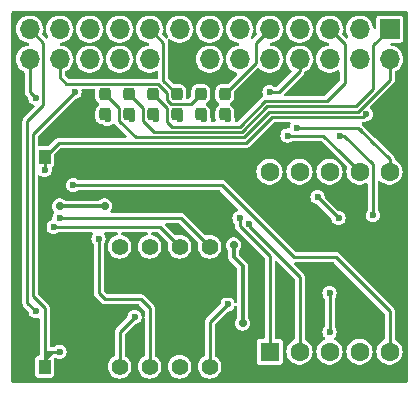
<source format=gbr>
%TF.GenerationSoftware,KiCad,Pcbnew,8.0.2-8.0.2-0~ubuntu24.04.1*%
%TF.CreationDate,2024-05-05T00:33:56+09:00*%
%TF.ProjectId,development_hat,64657665-6c6f-4706-9d65-6e745f686174,rev?*%
%TF.SameCoordinates,Original*%
%TF.FileFunction,Copper,L1,Top*%
%TF.FilePolarity,Positive*%
%FSLAX46Y46*%
G04 Gerber Fmt 4.6, Leading zero omitted, Abs format (unit mm)*
G04 Created by KiCad (PCBNEW 8.0.2-8.0.2-0~ubuntu24.04.1) date 2024-05-05 00:33:56*
%MOMM*%
%LPD*%
G01*
G04 APERTURE LIST*
G04 Aperture macros list*
%AMRoundRect*
0 Rectangle with rounded corners*
0 $1 Rounding radius*
0 $2 $3 $4 $5 $6 $7 $8 $9 X,Y pos of 4 corners*
0 Add a 4 corners polygon primitive as box body*
4,1,4,$2,$3,$4,$5,$6,$7,$8,$9,$2,$3,0*
0 Add four circle primitives for the rounded corners*
1,1,$1+$1,$2,$3*
1,1,$1+$1,$4,$5*
1,1,$1+$1,$6,$7*
1,1,$1+$1,$8,$9*
0 Add four rect primitives between the rounded corners*
20,1,$1+$1,$2,$3,$4,$5,0*
20,1,$1+$1,$4,$5,$6,$7,0*
20,1,$1+$1,$6,$7,$8,$9,0*
20,1,$1+$1,$8,$9,$2,$3,0*%
G04 Aperture macros list end*
%TA.AperFunction,ComponentPad*%
%ADD10C,1.400000*%
%TD*%
%TA.AperFunction,SMDPad,CuDef*%
%ADD11RoundRect,0.237500X0.237500X-0.287500X0.237500X0.287500X-0.237500X0.287500X-0.237500X-0.287500X0*%
%TD*%
%TA.AperFunction,SMDPad,CuDef*%
%ADD12R,1.000000X1.250000*%
%TD*%
%TA.AperFunction,ComponentPad*%
%ADD13C,1.600000*%
%TD*%
%TA.AperFunction,ComponentPad*%
%ADD14R,1.600000X1.600000*%
%TD*%
%TA.AperFunction,ComponentPad*%
%ADD15R,1.700000X1.700000*%
%TD*%
%TA.AperFunction,ComponentPad*%
%ADD16O,1.700000X1.700000*%
%TD*%
%TA.AperFunction,ViaPad*%
%ADD17C,0.600000*%
%TD*%
%TA.AperFunction,ViaPad*%
%ADD18C,0.700000*%
%TD*%
%TA.AperFunction,Conductor*%
%ADD19C,0.250000*%
%TD*%
%TA.AperFunction,Conductor*%
%ADD20C,0.300000*%
%TD*%
G04 APERTURE END LIST*
D10*
%TO.P,SW1,1*%
%TO.N,/U15*%
X45720000Y-104775000D03*
%TO.P,SW1,2*%
%TO.N,/U14*%
X48260000Y-104775000D03*
%TO.P,SW1,3*%
%TO.N,/U13*%
X50800000Y-104775000D03*
%TO.P,SW1,4*%
%TO.N,/U12*%
X53340000Y-104775000D03*
%TO.P,SW1,5*%
%TO.N,GND*%
X53340000Y-97155000D03*
%TO.P,SW1,6*%
X50800000Y-97155000D03*
%TO.P,SW1,7*%
X48260000Y-97155000D03*
%TO.P,SW1,8*%
X45720000Y-97155000D03*
%TD*%
D11*
%TO.P,D5,1,K*%
%TO.N,Net-(D5-K)*%
X46482000Y-93585000D03*
%TO.P,D5,2,A*%
%TO.N,/V17*%
X46482000Y-91835000D03*
%TD*%
%TO.P,D2,1,K*%
%TO.N,Net-(D2-K)*%
X52578000Y-93585000D03*
%TO.P,D2,2,A*%
%TO.N,/V13*%
X52578000Y-91835000D03*
%TD*%
%TO.P,D4,1,K*%
%TO.N,Net-(D4-K)*%
X48514000Y-93585000D03*
%TO.P,D4,2,A*%
%TO.N,/V16*%
X48514000Y-91835000D03*
%TD*%
%TO.P,D6,1,K*%
%TO.N,Net-(D6-K)*%
X44450000Y-93585000D03*
%TO.P,D6,2,A*%
%TO.N,/V18*%
X44450000Y-91835000D03*
%TD*%
D12*
%TO.P,SW3,1,1*%
%TO.N,/Y14*%
X39370000Y-97155000D03*
%TO.P,SW3,2,2*%
%TO.N,GND*%
X39370000Y-104905000D03*
%TD*%
%TO.P,SW4,1,1*%
%TO.N,/P14*%
X39370000Y-114935000D03*
%TO.P,SW4,2,2*%
%TO.N,GND*%
X39370000Y-107185000D03*
%TD*%
D10*
%TO.P,SW2,1*%
%TO.N,/W16*%
X45720000Y-114935000D03*
%TO.P,SW2,2*%
%TO.N,/W15*%
X48260000Y-114935000D03*
%TO.P,SW2,3*%
%TO.N,/W14*%
X50800000Y-114935000D03*
%TO.P,SW2,4*%
%TO.N,/W13*%
X53340000Y-114935000D03*
%TO.P,SW2,5*%
%TO.N,GND*%
X53340000Y-107315000D03*
%TO.P,SW2,6*%
X50800000Y-107315000D03*
%TO.P,SW2,7*%
X48260000Y-107315000D03*
%TO.P,SW2,8*%
X45720000Y-107315000D03*
%TD*%
D11*
%TO.P,D3,1,K*%
%TO.N,Net-(D3-K)*%
X50546000Y-93585000D03*
%TO.P,D3,2,A*%
%TO.N,/V15*%
X50546000Y-91835000D03*
%TD*%
%TO.P,D1,1,K*%
%TO.N,Net-(D1-K)*%
X54610000Y-93585000D03*
%TO.P,D1,2,A*%
%TO.N,/V12*%
X54610000Y-91835000D03*
%TD*%
D13*
%TO.P,U1,10,G*%
%TO.N,/R18*%
X58420000Y-98425000D03*
%TO.P,U1,9,F*%
%TO.N,/T12*%
X60960000Y-98425000D03*
%TO.P,U1,8,CC*%
%TO.N,Net-(R15-Pad1)*%
X63500000Y-98425000D03*
%TO.P,U1,7,A*%
%TO.N,/T14*%
X66040000Y-98425000D03*
%TO.P,U1,6,B*%
%TO.N,/T15*%
X68580000Y-98425000D03*
%TO.P,U1,5,DP*%
%TO.N,/R14*%
X68580000Y-113665000D03*
%TO.P,U1,4,C*%
%TO.N,/T17*%
X66040000Y-113665000D03*
%TO.P,U1,3,CC*%
%TO.N,Net-(R15-Pad1)*%
X63500000Y-113665000D03*
%TO.P,U1,2,D*%
%TO.N,/T10*%
X60960000Y-113665000D03*
D14*
%TO.P,U1,1,E*%
%TO.N,/T11*%
X58420000Y-113665000D03*
%TD*%
D15*
%TO.P,J1,1,Pin_1*%
%TO.N,/V17*%
X68580000Y-86360000D03*
D16*
%TO.P,J1,2,Pin_2*%
%TO.N,/V18*%
X68580000Y-88900000D03*
%TO.P,J1,3,Pin_3*%
%TO.N,/W14*%
X66040000Y-86360000D03*
%TO.P,J1,4,Pin_4*%
%TO.N,/Y14*%
X66040000Y-88900000D03*
%TO.P,J1,5,Pin_5*%
%TO.N,/V16*%
X63500000Y-86360000D03*
%TO.P,J1,6,Pin_6*%
%TO.N,/W16*%
X63500000Y-88900000D03*
%TO.P,J1,7,Pin_7*%
%TO.N,/T17*%
X60960000Y-86360000D03*
%TO.P,J1,8,Pin_8*%
%TO.N,/R18*%
X60960000Y-88900000D03*
%TO.P,J1,9,Pin_9*%
%TO.N,/V12*%
X58420000Y-86360000D03*
%TO.P,J1,10,Pin_10*%
%TO.N,/W13*%
X58420000Y-88900000D03*
%TO.P,J1,11,Pin_11*%
%TO.N,/T14*%
X55880000Y-86360000D03*
%TO.P,J1,12,Pin_12*%
%TO.N,/T15*%
X55880000Y-88900000D03*
%TO.P,J1,13,Pin_13*%
%TO.N,/T11*%
X53340000Y-86360000D03*
%TO.P,J1,14,Pin_14*%
%TO.N,/T10*%
X53340000Y-88900000D03*
%TO.P,J1,15,Pin_15*%
%TO.N,+3.3V*%
X50800000Y-86360000D03*
%TO.P,J1,16,Pin_16*%
%TO.N,GND*%
X50800000Y-88900000D03*
%TO.P,J1,17,Pin_17*%
%TO.N,/V15*%
X48260000Y-86360000D03*
%TO.P,J1,18,Pin_18*%
%TO.N,/W15*%
X48260000Y-88900000D03*
%TO.P,J1,19,Pin_19*%
%TO.N,/P14*%
X45720000Y-86360000D03*
%TO.P,J1,20,Pin_20*%
%TO.N,/R14*%
X45720000Y-88900000D03*
%TO.P,J1,21,Pin_21*%
%TO.N,/U14*%
X43180000Y-86360000D03*
%TO.P,J1,22,Pin_22*%
%TO.N,/U15*%
X43180000Y-88900000D03*
%TO.P,J1,23,Pin_23*%
%TO.N,/U13*%
X40640000Y-86360000D03*
%TO.P,J1,24,Pin_24*%
%TO.N,/V13*%
X40640000Y-88900000D03*
%TO.P,J1,25,Pin_25*%
%TO.N,/T12*%
X38100000Y-86360000D03*
%TO.P,J1,26,Pin_26*%
%TO.N,/U12*%
X38100000Y-88900000D03*
%TD*%
D17*
%TO.N,Net-(D1-K)*%
X54864000Y-93980000D03*
%TO.N,Net-(D2-K)*%
X52832000Y-93980000D03*
%TO.N,Net-(D3-K)*%
X50800000Y-93980000D03*
%TO.N,Net-(D4-K)*%
X48768000Y-93980000D03*
%TO.N,Net-(D5-K)*%
X46736000Y-93980000D03*
%TO.N,Net-(D6-K)*%
X44704000Y-93980000D03*
D18*
%TO.N,GND*%
X40386000Y-107315000D03*
D17*
X40750000Y-110250000D03*
D18*
X43693000Y-94996000D03*
D17*
X39500000Y-95500000D03*
%TO.N,/T15*%
X60706000Y-94742000D03*
%TO.N,/Y14*%
X66590001Y-93554675D03*
X39370000Y-98298000D03*
%TO.N,/T10*%
X56642000Y-102870000D03*
%TO.N,/W13*%
X62484000Y-100584000D03*
X54864000Y-109669000D03*
X64262000Y-102362000D03*
D18*
%TO.N,+3.3V*%
X56134000Y-111252000D03*
X40640000Y-101346000D03*
X55372000Y-104648000D03*
X44450000Y-101346000D03*
D17*
%TO.N,/R14*%
X41793000Y-99568000D03*
%TO.N,/R18*%
X58420000Y-91694000D03*
%TO.N,/U13*%
X40132000Y-103124000D03*
%TO.N,/W16*%
X46990000Y-110744000D03*
%TO.N,/P14*%
X41910000Y-91694000D03*
X40640000Y-113665000D03*
%TO.N,/U12*%
X40640000Y-102362000D03*
X38608000Y-92202000D03*
%TO.N,/T11*%
X55880000Y-102362000D03*
%TO.N,/W15*%
X43942000Y-104100500D03*
%TO.N,/T17*%
X64394116Y-95367000D03*
X67165000Y-102108000D03*
%TO.N,/T14*%
X59944000Y-95367000D03*
%TO.N,/T12*%
X38608000Y-110236000D03*
%TO.N,Net-(R15-Pad1)*%
X63500000Y-108712000D03*
X63500000Y-112014000D03*
%TD*%
D19*
%TO.N,/V12*%
X54610000Y-91835000D02*
X57245000Y-89200000D01*
X57245000Y-87535000D02*
X58420000Y-86360000D01*
X57245000Y-89200000D02*
X57245000Y-87535000D01*
%TO.N,Net-(D1-K)*%
X54610000Y-93585000D02*
X54610000Y-93726000D01*
X54610000Y-93726000D02*
X54864000Y-93980000D01*
%TO.N,Net-(D2-K)*%
X52578000Y-93585000D02*
X52578000Y-93726000D01*
X52578000Y-93726000D02*
X52832000Y-93980000D01*
%TO.N,/V13*%
X48991076Y-90985000D02*
X41201000Y-90985000D01*
X41201000Y-90985000D02*
X40640000Y-90424000D01*
X52578000Y-91835000D02*
X51728000Y-92685000D01*
X51728000Y-92685000D02*
X50068924Y-92685000D01*
X49746000Y-92362076D02*
X49746000Y-91739924D01*
X49746000Y-91739924D02*
X48991076Y-90985000D01*
X40640000Y-90424000D02*
X40640000Y-88900000D01*
X50068924Y-92685000D02*
X49746000Y-92362076D01*
%TO.N,Net-(D3-K)*%
X50546000Y-93726000D02*
X50800000Y-93980000D01*
X50546000Y-93585000D02*
X50546000Y-93726000D01*
%TO.N,/V15*%
X49435000Y-90724000D02*
X49435000Y-87535000D01*
X49435000Y-87535000D02*
X48260000Y-86360000D01*
X50546000Y-91835000D02*
X49435000Y-90724000D01*
%TO.N,Net-(D4-K)*%
X48514000Y-93585000D02*
X48514000Y-93726000D01*
X48514000Y-93726000D02*
X48768000Y-93980000D01*
%TO.N,/V16*%
X58039000Y-92456000D02*
X63246000Y-92456000D01*
X50165000Y-94615000D02*
X55880000Y-94615000D01*
X48514000Y-91835000D02*
X49746000Y-93067000D01*
X49746000Y-94196000D02*
X50165000Y-94615000D01*
X64770000Y-87630000D02*
X63500000Y-86360000D01*
X55880000Y-94615000D02*
X58039000Y-92456000D01*
X49746000Y-93067000D02*
X49746000Y-94196000D01*
X63246000Y-92456000D02*
X64770000Y-90932000D01*
X64770000Y-90932000D02*
X64770000Y-87630000D01*
%TO.N,Net-(D5-K)*%
X46482000Y-93585000D02*
X46482000Y-93726000D01*
X46482000Y-93726000D02*
X46736000Y-93980000D01*
%TO.N,/V17*%
X67215000Y-91409396D02*
X67215000Y-87725000D01*
X48666924Y-95065000D02*
X56066396Y-95065000D01*
X58225396Y-92906000D02*
X65718396Y-92906000D01*
X47714000Y-93067000D02*
X47714000Y-94112076D01*
X65718396Y-92906000D02*
X67215000Y-91409396D01*
X67215000Y-87725000D02*
X68580000Y-86360000D01*
X46482000Y-91835000D02*
X47714000Y-93067000D01*
X56066396Y-95065000D02*
X58225396Y-92906000D01*
X47714000Y-94112076D02*
X48666924Y-95065000D01*
%TO.N,/V18*%
X56252792Y-95515000D02*
X58411792Y-93356000D01*
X45682000Y-93067000D02*
X45682000Y-94112076D01*
X65904792Y-93356000D02*
X68580000Y-90680792D01*
X44450000Y-91835000D02*
X45682000Y-93067000D01*
X58411792Y-93356000D02*
X65904792Y-93356000D01*
X47084924Y-95515000D02*
X56252792Y-95515000D01*
X68580000Y-90680792D02*
X68580000Y-88900000D01*
X45682000Y-94112076D02*
X47084924Y-95515000D01*
%TO.N,Net-(D6-K)*%
X44450000Y-93726000D02*
X44704000Y-93980000D01*
X44450000Y-93585000D02*
X44450000Y-93726000D01*
D20*
%TO.N,GND*%
X39370000Y-107185000D02*
X39621000Y-107185000D01*
X45720000Y-97155000D02*
X53340000Y-97155000D01*
X39370000Y-100838000D02*
X43053000Y-97155000D01*
X43053000Y-97155000D02*
X45720000Y-97155000D01*
X39370000Y-104905000D02*
X39370000Y-100838000D01*
X39621000Y-107185000D02*
X39751000Y-107315000D01*
X39751000Y-107315000D02*
X40386000Y-107315000D01*
X39370000Y-107185000D02*
X39370000Y-104905000D01*
D19*
%TO.N,/T15*%
X66040000Y-94835000D02*
X67080000Y-95875000D01*
X65947000Y-94742000D02*
X60706000Y-94742000D01*
X68580000Y-97375000D02*
X65947000Y-94742000D01*
X67080000Y-95875000D02*
X68580000Y-97375000D01*
X68580000Y-98425000D02*
X68580000Y-97375000D01*
%TO.N,/Y14*%
X58598188Y-93806000D02*
X65741324Y-93806000D01*
X39370000Y-97155000D02*
X40560000Y-95965000D01*
X40560000Y-95965000D02*
X56439188Y-95965000D01*
X56439188Y-95965000D02*
X58598188Y-93806000D01*
X39370000Y-98298000D02*
X39370000Y-97155000D01*
X66338676Y-93806000D02*
X66590001Y-93554675D01*
X65741324Y-93806000D02*
X66338676Y-93806000D01*
%TO.N,/T10*%
X56642000Y-102995604D02*
X56642000Y-102870000D01*
X58484198Y-104837802D02*
X56642000Y-102995604D01*
X58484198Y-104837802D02*
X60960000Y-107313604D01*
X60960000Y-107313604D02*
X60960000Y-113665000D01*
%TO.N,/W13*%
X62484000Y-100584000D02*
X64262000Y-102362000D01*
X53340000Y-114935000D02*
X53340000Y-111193000D01*
X53340000Y-111193000D02*
X54864000Y-109669000D01*
D20*
%TO.N,+3.3V*%
X56134000Y-106426000D02*
X56134000Y-111252000D01*
X55372000Y-104648000D02*
X55372000Y-105664000D01*
X55372000Y-105664000D02*
X56134000Y-106426000D01*
X44450000Y-101346000D02*
X40640000Y-101346000D01*
D19*
%TO.N,/R14*%
X60452000Y-105664000D02*
X64008000Y-105664000D01*
X41793000Y-99568000D02*
X54356000Y-99568000D01*
X54356000Y-99568000D02*
X60452000Y-105664000D01*
X68580000Y-110236000D02*
X68580000Y-113665000D01*
X64008000Y-105664000D02*
X68580000Y-110236000D01*
%TO.N,/R18*%
X60960000Y-89916000D02*
X60960000Y-88900000D01*
X59182000Y-91694000D02*
X60960000Y-89916000D01*
X58420000Y-91694000D02*
X59182000Y-91694000D01*
%TO.N,/U13*%
X40132000Y-103124000D02*
X49149000Y-103124000D01*
X49149000Y-103124000D02*
X50800000Y-104775000D01*
%TO.N,/W16*%
X46990000Y-110744000D02*
X45720000Y-112014000D01*
X45720000Y-112014000D02*
X45720000Y-114935000D01*
%TO.N,/P14*%
X39370000Y-109982000D02*
X39370000Y-113538000D01*
X40005000Y-113665000D02*
X40640000Y-113665000D01*
X39370000Y-114300000D02*
X40005000Y-113665000D01*
X38354000Y-95250000D02*
X38354000Y-108966000D01*
X39370000Y-114046000D02*
X39370000Y-114935000D01*
X39751000Y-113665000D02*
X39370000Y-114046000D01*
X39370000Y-113538000D02*
X39370000Y-114046000D01*
X38354000Y-108966000D02*
X39370000Y-109982000D01*
X41910000Y-91694000D02*
X38354000Y-95250000D01*
X39370000Y-114935000D02*
X39370000Y-114300000D01*
X39497000Y-113665000D02*
X39370000Y-113538000D01*
X40640000Y-113665000D02*
X39497000Y-113665000D01*
X40640000Y-113665000D02*
X39751000Y-113665000D01*
%TO.N,/U12*%
X41148000Y-102362000D02*
X40640000Y-102362000D01*
X38608000Y-92202000D02*
X38100000Y-91694000D01*
X50927000Y-102362000D02*
X41148000Y-102362000D01*
X53340000Y-104775000D02*
X50927000Y-102362000D01*
X38100000Y-91694000D02*
X38100000Y-88900000D01*
%TO.N,/T11*%
X55880000Y-102362000D02*
X55880000Y-102991884D01*
X55880000Y-102991884D02*
X58420000Y-105531884D01*
X58420000Y-105531884D02*
X58420000Y-113665000D01*
%TO.N,/W15*%
X47498000Y-109220000D02*
X48260000Y-109982000D01*
X43942000Y-104100500D02*
X43942000Y-106680000D01*
X44450000Y-109220000D02*
X47498000Y-109220000D01*
X48260000Y-109982000D02*
X48260000Y-114935000D01*
X43942000Y-108712000D02*
X44450000Y-109220000D01*
X43942000Y-108712000D02*
X43942000Y-106680000D01*
%TO.N,/T17*%
X67165000Y-97790000D02*
X64742000Y-95367000D01*
X64742000Y-95367000D02*
X64394116Y-95367000D01*
X67165000Y-102108000D02*
X67165000Y-97790000D01*
%TO.N,/T14*%
X64325500Y-96710500D02*
X66040000Y-98425000D01*
X64325500Y-96710500D02*
X62982000Y-95367000D01*
X62982000Y-95367000D02*
X59944000Y-95367000D01*
%TO.N,/T12*%
X38100000Y-86360000D02*
X39275000Y-87535000D01*
X37904000Y-109532000D02*
X38608000Y-110236000D01*
X39275000Y-87535000D02*
X39275000Y-92805000D01*
X39275000Y-92805000D02*
X37904000Y-94176000D01*
X37904000Y-94176000D02*
X37904000Y-109532000D01*
%TO.N,Net-(R15-Pad1)*%
X63500000Y-108712000D02*
X63500000Y-112014000D01*
%TD*%
%TA.AperFunction,Conductor*%
%TO.N,GND*%
G36*
X43617539Y-91430185D02*
G01*
X43663294Y-91482989D01*
X43674500Y-91534500D01*
X43674500Y-92164618D01*
X43684882Y-92251074D01*
X43684882Y-92251075D01*
X43739139Y-92388660D01*
X43828499Y-92506500D01*
X43946339Y-92595860D01*
X43946342Y-92595862D01*
X43946343Y-92595862D01*
X43953734Y-92600018D01*
X43952647Y-92601951D01*
X43998403Y-92637554D01*
X44021595Y-92703463D01*
X44005472Y-92771447D01*
X43955154Y-92819922D01*
X43948163Y-92823113D01*
X43946339Y-92824139D01*
X43828499Y-92913499D01*
X43739139Y-93031339D01*
X43684882Y-93168924D01*
X43684882Y-93168925D01*
X43674500Y-93255381D01*
X43674500Y-93914618D01*
X43684882Y-94001074D01*
X43684882Y-94001075D01*
X43684883Y-94001077D01*
X43738390Y-94136762D01*
X43739139Y-94138660D01*
X43828499Y-94256500D01*
X43946339Y-94345860D01*
X43946342Y-94345862D01*
X44083923Y-94400117D01*
X44141562Y-94407039D01*
X44170381Y-94410500D01*
X44170382Y-94410500D01*
X44236517Y-94410500D01*
X44303556Y-94430185D01*
X44311989Y-94436114D01*
X44401159Y-94504536D01*
X44401162Y-94504537D01*
X44401163Y-94504538D01*
X44474198Y-94534790D01*
X44547238Y-94565044D01*
X44625619Y-94575363D01*
X44703999Y-94585682D01*
X44704000Y-94585682D01*
X44704001Y-94585682D01*
X44756254Y-94578802D01*
X44860762Y-94565044D01*
X45006841Y-94504536D01*
X45132282Y-94408282D01*
X45152222Y-94382294D01*
X45208645Y-94341094D01*
X45278391Y-94336937D01*
X45338277Y-94370101D01*
X46295995Y-95327819D01*
X46329480Y-95389142D01*
X46324496Y-95458834D01*
X46282624Y-95514767D01*
X46217160Y-95539184D01*
X46208314Y-95539500D01*
X40616018Y-95539500D01*
X40503981Y-95539500D01*
X40395763Y-95568497D01*
X40395761Y-95568498D01*
X40395760Y-95568498D01*
X40298740Y-95624513D01*
X40298734Y-95624517D01*
X39730070Y-96193181D01*
X39668747Y-96226666D01*
X39642389Y-96229500D01*
X38903500Y-96229500D01*
X38836461Y-96209815D01*
X38790706Y-96157011D01*
X38779500Y-96105500D01*
X38779500Y-95477609D01*
X38799185Y-95410570D01*
X38815814Y-95389933D01*
X41875706Y-92330040D01*
X41937027Y-92296557D01*
X41947187Y-92294786D01*
X42066762Y-92279044D01*
X42212841Y-92218536D01*
X42338282Y-92122282D01*
X42434536Y-91996841D01*
X42495044Y-91850762D01*
X42513232Y-91712609D01*
X42515682Y-91694001D01*
X42515682Y-91694000D01*
X42508307Y-91637982D01*
X42496814Y-91550684D01*
X42507579Y-91481650D01*
X42553959Y-91429394D01*
X42619753Y-91410500D01*
X43550500Y-91410500D01*
X43617539Y-91430185D01*
G37*
%TD.AperFunction*%
%TA.AperFunction,Conductor*%
G36*
X70054539Y-84855685D02*
G01*
X70100294Y-84908489D01*
X70111500Y-84960000D01*
X70111500Y-116208000D01*
X70091815Y-116275039D01*
X70039011Y-116320794D01*
X69987500Y-116332000D01*
X36692500Y-116332000D01*
X36625461Y-116312315D01*
X36579706Y-116259511D01*
X36568500Y-116208000D01*
X36568500Y-86360000D01*
X36944571Y-86360000D01*
X36964244Y-86572310D01*
X37015559Y-86752662D01*
X37022596Y-86777392D01*
X37022596Y-86777394D01*
X37117632Y-86968253D01*
X37236244Y-87125319D01*
X37246128Y-87138407D01*
X37403698Y-87282052D01*
X37584981Y-87394298D01*
X37783802Y-87471321D01*
X37980613Y-87508111D01*
X38042893Y-87539779D01*
X38078166Y-87600092D01*
X38075232Y-87669900D01*
X38035023Y-87727040D01*
X37980613Y-87751888D01*
X37783802Y-87788679D01*
X37783799Y-87788679D01*
X37783799Y-87788680D01*
X37584982Y-87865701D01*
X37584980Y-87865702D01*
X37403699Y-87977947D01*
X37246127Y-88121593D01*
X37117632Y-88291746D01*
X37022596Y-88482605D01*
X37022596Y-88482607D01*
X36964244Y-88687689D01*
X36944571Y-88899999D01*
X36944571Y-88900000D01*
X36964244Y-89112310D01*
X37022596Y-89317392D01*
X37022596Y-89317394D01*
X37117632Y-89508253D01*
X37161028Y-89565718D01*
X37246128Y-89678407D01*
X37403698Y-89822052D01*
X37584981Y-89934298D01*
X37595290Y-89938291D01*
X37650692Y-89980860D01*
X37674285Y-90046626D01*
X37674500Y-90053919D01*
X37674500Y-91637982D01*
X37674500Y-91750018D01*
X37703497Y-91858237D01*
X37759515Y-91955263D01*
X37759517Y-91955265D01*
X37971957Y-92167705D01*
X38005442Y-92229028D01*
X38007215Y-92239200D01*
X38022956Y-92358761D01*
X38022956Y-92358762D01*
X38073381Y-92480500D01*
X38083464Y-92504841D01*
X38179718Y-92630282D01*
X38305159Y-92726536D01*
X38449469Y-92786311D01*
X38503872Y-92830152D01*
X38525937Y-92896446D01*
X38508658Y-92964145D01*
X38489697Y-92988553D01*
X37642737Y-93835515D01*
X37563517Y-93914734D01*
X37563513Y-93914740D01*
X37507498Y-94011760D01*
X37507497Y-94011763D01*
X37478500Y-94119982D01*
X37478500Y-109475982D01*
X37478500Y-109588018D01*
X37507497Y-109696237D01*
X37563515Y-109793263D01*
X37563517Y-109793265D01*
X37971957Y-110201705D01*
X38005442Y-110263028D01*
X38007215Y-110273200D01*
X38012813Y-110315718D01*
X38022956Y-110392762D01*
X38083464Y-110538841D01*
X38179718Y-110664282D01*
X38305159Y-110760536D01*
X38451238Y-110821044D01*
X38529619Y-110831363D01*
X38607999Y-110841682D01*
X38608000Y-110841682D01*
X38608001Y-110841682D01*
X38647190Y-110836522D01*
X38764762Y-110821044D01*
X38773046Y-110817612D01*
X38842511Y-110810141D01*
X38904991Y-110841413D01*
X38940647Y-110901500D01*
X38944500Y-110932172D01*
X38944500Y-113885561D01*
X38924815Y-113952600D01*
X38872011Y-113998355D01*
X38827672Y-114009353D01*
X38825144Y-114009499D01*
X38800011Y-114012414D01*
X38800008Y-114012415D01*
X38697235Y-114057793D01*
X38617794Y-114137234D01*
X38572415Y-114240006D01*
X38572415Y-114240008D01*
X38569500Y-114265131D01*
X38569500Y-115604856D01*
X38569502Y-115604882D01*
X38572413Y-115629987D01*
X38572415Y-115629991D01*
X38617793Y-115732764D01*
X38617794Y-115732765D01*
X38697235Y-115812206D01*
X38800009Y-115857585D01*
X38825135Y-115860500D01*
X39914864Y-115860499D01*
X39914879Y-115860497D01*
X39914882Y-115860497D01*
X39939987Y-115857586D01*
X39939988Y-115857585D01*
X39939991Y-115857585D01*
X40042765Y-115812206D01*
X40122206Y-115732765D01*
X40167585Y-115629991D01*
X40170500Y-115604865D01*
X40170499Y-114935000D01*
X44714659Y-114935000D01*
X44733975Y-115131129D01*
X44791188Y-115319733D01*
X44884086Y-115493532D01*
X44884090Y-115493539D01*
X45009116Y-115645883D01*
X45161460Y-115770909D01*
X45161467Y-115770913D01*
X45335266Y-115863811D01*
X45335269Y-115863811D01*
X45335273Y-115863814D01*
X45523868Y-115921024D01*
X45720000Y-115940341D01*
X45916132Y-115921024D01*
X46104727Y-115863814D01*
X46116383Y-115857584D01*
X46278532Y-115770913D01*
X46278538Y-115770910D01*
X46430883Y-115645883D01*
X46555910Y-115493538D01*
X46648814Y-115319727D01*
X46706024Y-115131132D01*
X46725341Y-114935000D01*
X46706024Y-114738868D01*
X46648814Y-114550273D01*
X46648811Y-114550269D01*
X46648811Y-114550266D01*
X46555913Y-114376467D01*
X46555909Y-114376460D01*
X46430883Y-114224116D01*
X46278539Y-114099090D01*
X46211045Y-114063013D01*
X46161202Y-114014050D01*
X46145500Y-113953656D01*
X46145500Y-112241609D01*
X46165185Y-112174570D01*
X46181819Y-112153928D01*
X46544464Y-111791283D01*
X46955706Y-111380040D01*
X47017027Y-111346557D01*
X47027187Y-111344786D01*
X47146762Y-111329044D01*
X47292841Y-111268536D01*
X47418282Y-111172282D01*
X47514536Y-111046841D01*
X47575044Y-110900762D01*
X47587561Y-110805684D01*
X47615827Y-110741788D01*
X47617138Y-110740922D01*
X47591523Y-110701064D01*
X47587561Y-110682314D01*
X47575044Y-110587239D01*
X47575044Y-110587238D01*
X47514536Y-110441159D01*
X47418282Y-110315718D01*
X47292841Y-110219464D01*
X47269051Y-110209610D01*
X47146762Y-110158956D01*
X47146760Y-110158955D01*
X46990001Y-110138318D01*
X46989999Y-110138318D01*
X46833239Y-110158955D01*
X46833237Y-110158956D01*
X46687160Y-110219463D01*
X46561718Y-110315718D01*
X46465463Y-110441160D01*
X46404956Y-110587237D01*
X46404956Y-110587239D01*
X46389215Y-110706798D01*
X46360948Y-110770694D01*
X46353957Y-110778293D01*
X45441296Y-111690955D01*
X45441295Y-111690955D01*
X45441296Y-111690956D01*
X45379514Y-111752738D01*
X45379513Y-111752740D01*
X45323498Y-111849760D01*
X45323497Y-111849763D01*
X45294500Y-111957982D01*
X45294500Y-113953656D01*
X45274815Y-114020695D01*
X45228955Y-114063013D01*
X45161460Y-114099090D01*
X45009116Y-114224116D01*
X44884090Y-114376460D01*
X44884086Y-114376467D01*
X44791188Y-114550266D01*
X44733975Y-114738870D01*
X44714659Y-114935000D01*
X40170499Y-114935000D01*
X40170499Y-114306081D01*
X40190184Y-114239043D01*
X40242987Y-114193288D01*
X40312146Y-114183344D01*
X40341949Y-114191520D01*
X40483238Y-114250044D01*
X40561619Y-114260363D01*
X40639999Y-114270682D01*
X40640000Y-114270682D01*
X40640001Y-114270682D01*
X40692254Y-114263802D01*
X40796762Y-114250044D01*
X40942841Y-114189536D01*
X41068282Y-114093282D01*
X41164536Y-113967841D01*
X41225044Y-113821762D01*
X41245682Y-113665000D01*
X41225044Y-113508238D01*
X41164536Y-113362159D01*
X41068282Y-113236718D01*
X40942841Y-113140464D01*
X40796762Y-113079956D01*
X40796760Y-113079955D01*
X40640001Y-113059318D01*
X40639999Y-113059318D01*
X40483239Y-113079955D01*
X40483237Y-113079956D01*
X40337157Y-113140464D01*
X40241485Y-113213876D01*
X40176315Y-113239070D01*
X40165999Y-113239500D01*
X39919500Y-113239500D01*
X39852461Y-113219815D01*
X39806706Y-113167011D01*
X39795500Y-113115500D01*
X39795500Y-109925984D01*
X39795500Y-109925982D01*
X39766503Y-109817763D01*
X39710485Y-109720737D01*
X39631263Y-109641515D01*
X38815819Y-108826071D01*
X38782334Y-108764748D01*
X38779500Y-108738390D01*
X38779500Y-103123998D01*
X39526318Y-103123998D01*
X39526318Y-103124001D01*
X39546955Y-103280760D01*
X39546956Y-103280762D01*
X39607464Y-103426841D01*
X39703718Y-103552282D01*
X39829159Y-103648536D01*
X39975238Y-103709044D01*
X40053619Y-103719363D01*
X40131999Y-103729682D01*
X40132000Y-103729682D01*
X40132001Y-103729682D01*
X40184254Y-103722802D01*
X40288762Y-103709044D01*
X40434841Y-103648536D01*
X40478060Y-103615373D01*
X40530515Y-103575124D01*
X40595685Y-103549930D01*
X40606001Y-103549500D01*
X43356436Y-103549500D01*
X43423475Y-103569185D01*
X43469230Y-103621989D01*
X43479174Y-103691147D01*
X43454812Y-103748984D01*
X43438949Y-103769659D01*
X43417463Y-103797660D01*
X43356956Y-103943737D01*
X43356955Y-103943739D01*
X43336318Y-104100498D01*
X43336318Y-104100501D01*
X43356955Y-104257260D01*
X43356956Y-104257262D01*
X43417464Y-104403341D01*
X43490877Y-104499015D01*
X43516070Y-104564181D01*
X43516500Y-104574499D01*
X43516500Y-106623982D01*
X43516500Y-108655982D01*
X43516500Y-108768018D01*
X43531366Y-108823497D01*
X43545497Y-108876236D01*
X43545498Y-108876239D01*
X43547391Y-108879517D01*
X43601515Y-108973263D01*
X44109515Y-109481263D01*
X44188737Y-109560485D01*
X44232059Y-109585497D01*
X44285763Y-109616503D01*
X44393981Y-109645500D01*
X44393982Y-109645500D01*
X47270390Y-109645500D01*
X47337429Y-109665185D01*
X47358071Y-109681819D01*
X47798181Y-110121929D01*
X47831666Y-110183252D01*
X47834500Y-110209610D01*
X47834500Y-110666129D01*
X47814815Y-110733168D01*
X47804457Y-110742142D01*
X47833019Y-110802764D01*
X47834500Y-110821870D01*
X47834500Y-113953656D01*
X47814815Y-114020695D01*
X47768955Y-114063013D01*
X47701460Y-114099090D01*
X47549116Y-114224116D01*
X47424090Y-114376460D01*
X47424086Y-114376467D01*
X47331188Y-114550266D01*
X47273975Y-114738870D01*
X47254659Y-114935000D01*
X47273975Y-115131129D01*
X47331188Y-115319733D01*
X47424086Y-115493532D01*
X47424090Y-115493539D01*
X47549116Y-115645883D01*
X47701460Y-115770909D01*
X47701467Y-115770913D01*
X47875266Y-115863811D01*
X47875269Y-115863811D01*
X47875273Y-115863814D01*
X48063868Y-115921024D01*
X48260000Y-115940341D01*
X48456132Y-115921024D01*
X48644727Y-115863814D01*
X48656383Y-115857584D01*
X48818532Y-115770913D01*
X48818538Y-115770910D01*
X48970883Y-115645883D01*
X49095910Y-115493538D01*
X49188814Y-115319727D01*
X49246024Y-115131132D01*
X49265341Y-114935000D01*
X49794659Y-114935000D01*
X49813975Y-115131129D01*
X49871188Y-115319733D01*
X49964086Y-115493532D01*
X49964090Y-115493539D01*
X50089116Y-115645883D01*
X50241460Y-115770909D01*
X50241467Y-115770913D01*
X50415266Y-115863811D01*
X50415269Y-115863811D01*
X50415273Y-115863814D01*
X50603868Y-115921024D01*
X50800000Y-115940341D01*
X50996132Y-115921024D01*
X51184727Y-115863814D01*
X51196383Y-115857584D01*
X51358532Y-115770913D01*
X51358538Y-115770910D01*
X51510883Y-115645883D01*
X51635910Y-115493538D01*
X51728814Y-115319727D01*
X51786024Y-115131132D01*
X51805341Y-114935000D01*
X52334659Y-114935000D01*
X52353975Y-115131129D01*
X52411188Y-115319733D01*
X52504086Y-115493532D01*
X52504090Y-115493539D01*
X52629116Y-115645883D01*
X52781460Y-115770909D01*
X52781467Y-115770913D01*
X52955266Y-115863811D01*
X52955269Y-115863811D01*
X52955273Y-115863814D01*
X53143868Y-115921024D01*
X53340000Y-115940341D01*
X53536132Y-115921024D01*
X53724727Y-115863814D01*
X53736383Y-115857584D01*
X53898532Y-115770913D01*
X53898538Y-115770910D01*
X54050883Y-115645883D01*
X54175910Y-115493538D01*
X54268814Y-115319727D01*
X54326024Y-115131132D01*
X54345341Y-114935000D01*
X54326024Y-114738868D01*
X54268814Y-114550273D01*
X54268811Y-114550269D01*
X54268811Y-114550266D01*
X54175913Y-114376467D01*
X54175909Y-114376460D01*
X54050883Y-114224116D01*
X53898539Y-114099090D01*
X53831045Y-114063013D01*
X53781202Y-114014050D01*
X53765500Y-113953656D01*
X53765500Y-111420609D01*
X53785185Y-111353570D01*
X53801814Y-111332932D01*
X54829706Y-110305040D01*
X54891027Y-110271557D01*
X54901187Y-110269786D01*
X55020762Y-110254044D01*
X55166841Y-110193536D01*
X55292282Y-110097282D01*
X55388536Y-109971841D01*
X55444939Y-109835671D01*
X55488780Y-109781268D01*
X55555074Y-109759203D01*
X55622773Y-109776482D01*
X55670384Y-109827619D01*
X55683500Y-109883124D01*
X55683500Y-110726240D01*
X55663815Y-110793279D01*
X55648153Y-110811556D01*
X55648491Y-110811856D01*
X55643515Y-110817472D01*
X55553781Y-110947475D01*
X55553780Y-110947476D01*
X55497762Y-111095181D01*
X55478722Y-111251999D01*
X55478722Y-111252000D01*
X55497762Y-111408818D01*
X55547513Y-111539999D01*
X55553780Y-111556523D01*
X55643517Y-111686530D01*
X55761760Y-111791283D01*
X55761762Y-111791284D01*
X55901634Y-111864696D01*
X56055014Y-111902500D01*
X56055015Y-111902500D01*
X56212985Y-111902500D01*
X56366365Y-111864696D01*
X56394823Y-111849760D01*
X56506240Y-111791283D01*
X56624483Y-111686530D01*
X56714220Y-111556523D01*
X56770237Y-111408818D01*
X56789278Y-111252000D01*
X56779599Y-111172281D01*
X56770237Y-111095181D01*
X56745048Y-111028763D01*
X56714220Y-110947477D01*
X56624483Y-110817470D01*
X56624479Y-110817466D01*
X56619509Y-110811856D01*
X56620953Y-110810576D01*
X56589145Y-110759860D01*
X56584500Y-110726240D01*
X56584500Y-106366692D01*
X56560286Y-106276325D01*
X56560286Y-106276324D01*
X56557042Y-106264219D01*
X56553799Y-106252113D01*
X56494490Y-106149386D01*
X55858819Y-105513715D01*
X55825334Y-105452392D01*
X55822500Y-105426034D01*
X55822500Y-105173759D01*
X55842185Y-105106720D01*
X55857846Y-105088444D01*
X55857509Y-105088145D01*
X55862481Y-105082532D01*
X55862481Y-105082531D01*
X55862483Y-105082530D01*
X55952220Y-104952523D01*
X56008237Y-104804818D01*
X56027278Y-104648000D01*
X56018354Y-104574499D01*
X56008237Y-104491181D01*
X55974923Y-104403341D01*
X55952220Y-104343477D01*
X55862483Y-104213470D01*
X55744240Y-104108717D01*
X55744238Y-104108716D01*
X55744237Y-104108715D01*
X55604365Y-104035303D01*
X55450986Y-103997500D01*
X55450985Y-103997500D01*
X55293015Y-103997500D01*
X55293014Y-103997500D01*
X55139634Y-104035303D01*
X54999762Y-104108715D01*
X54881516Y-104213471D01*
X54791781Y-104343475D01*
X54791780Y-104343476D01*
X54735762Y-104491181D01*
X54716722Y-104647999D01*
X54716722Y-104648000D01*
X54735762Y-104804818D01*
X54791780Y-104952523D01*
X54791781Y-104952524D01*
X54881518Y-105082532D01*
X54886491Y-105088145D01*
X54885044Y-105089426D01*
X54916850Y-105140120D01*
X54921500Y-105173759D01*
X54921500Y-105723309D01*
X54931606Y-105761024D01*
X54952201Y-105837887D01*
X55011511Y-105940614D01*
X55011513Y-105940616D01*
X55647181Y-106576284D01*
X55680666Y-106637607D01*
X55683500Y-106663965D01*
X55683500Y-109454875D01*
X55663815Y-109521914D01*
X55611011Y-109567669D01*
X55541853Y-109577613D01*
X55478297Y-109548588D01*
X55444939Y-109502328D01*
X55388536Y-109366160D01*
X55388536Y-109366159D01*
X55292282Y-109240718D01*
X55166841Y-109144464D01*
X55020762Y-109083956D01*
X55020760Y-109083955D01*
X54864001Y-109063318D01*
X54863999Y-109063318D01*
X54707239Y-109083955D01*
X54707237Y-109083956D01*
X54561160Y-109144463D01*
X54435718Y-109240718D01*
X54339463Y-109366160D01*
X54278956Y-109512237D01*
X54278956Y-109512239D01*
X54263215Y-109631798D01*
X54234948Y-109695694D01*
X54227957Y-109703293D01*
X53078737Y-110852515D01*
X52999517Y-110931734D01*
X52999513Y-110931740D01*
X52943498Y-111028760D01*
X52943497Y-111028763D01*
X52914500Y-111136982D01*
X52914500Y-113953656D01*
X52894815Y-114020695D01*
X52848955Y-114063013D01*
X52781460Y-114099090D01*
X52629116Y-114224116D01*
X52504090Y-114376460D01*
X52504086Y-114376467D01*
X52411188Y-114550266D01*
X52353975Y-114738870D01*
X52334659Y-114935000D01*
X51805341Y-114935000D01*
X51786024Y-114738868D01*
X51728814Y-114550273D01*
X51728811Y-114550269D01*
X51728811Y-114550266D01*
X51635913Y-114376467D01*
X51635909Y-114376460D01*
X51510883Y-114224116D01*
X51358539Y-114099090D01*
X51358532Y-114099086D01*
X51184733Y-114006188D01*
X51184727Y-114006186D01*
X50996132Y-113948976D01*
X50996129Y-113948975D01*
X50800000Y-113929659D01*
X50603870Y-113948975D01*
X50415266Y-114006188D01*
X50241467Y-114099086D01*
X50241460Y-114099090D01*
X50089116Y-114224116D01*
X49964090Y-114376460D01*
X49964086Y-114376467D01*
X49871188Y-114550266D01*
X49813975Y-114738870D01*
X49794659Y-114935000D01*
X49265341Y-114935000D01*
X49246024Y-114738868D01*
X49188814Y-114550273D01*
X49188811Y-114550269D01*
X49188811Y-114550266D01*
X49095913Y-114376467D01*
X49095909Y-114376460D01*
X48970883Y-114224116D01*
X48818539Y-114099090D01*
X48751045Y-114063013D01*
X48701202Y-114014050D01*
X48685500Y-113953656D01*
X48685500Y-109925984D01*
X48685500Y-109925982D01*
X48656503Y-109817763D01*
X48600485Y-109720737D01*
X48521263Y-109641515D01*
X47759263Y-108879515D01*
X47694579Y-108842169D01*
X47662239Y-108823498D01*
X47662238Y-108823497D01*
X47662237Y-108823497D01*
X47554018Y-108794500D01*
X47554017Y-108794500D01*
X44677610Y-108794500D01*
X44610571Y-108774815D01*
X44589929Y-108758181D01*
X44403819Y-108572071D01*
X44370334Y-108510748D01*
X44367500Y-108484390D01*
X44367500Y-104574499D01*
X44387185Y-104507460D01*
X44393110Y-104499031D01*
X44466536Y-104403341D01*
X44527044Y-104257262D01*
X44546600Y-104108717D01*
X44547682Y-104100501D01*
X44547682Y-104100498D01*
X44527044Y-103943739D01*
X44527044Y-103943738D01*
X44466536Y-103797659D01*
X44429187Y-103748984D01*
X44403994Y-103683817D01*
X44418032Y-103615373D01*
X44466846Y-103565383D01*
X44527564Y-103549500D01*
X45477374Y-103549500D01*
X45544413Y-103569185D01*
X45590168Y-103621989D01*
X45600112Y-103691147D01*
X45571087Y-103754703D01*
X45513370Y-103792160D01*
X45335271Y-103846186D01*
X45161467Y-103939086D01*
X45161460Y-103939090D01*
X45009116Y-104064116D01*
X44884090Y-104216460D01*
X44884086Y-104216467D01*
X44791188Y-104390266D01*
X44733975Y-104578870D01*
X44714659Y-104775000D01*
X44733975Y-104971129D01*
X44733976Y-104971132D01*
X44775106Y-105106720D01*
X44791188Y-105159733D01*
X44884086Y-105333532D01*
X44884090Y-105333539D01*
X45009116Y-105485883D01*
X45161460Y-105610909D01*
X45161467Y-105610913D01*
X45335266Y-105703811D01*
X45335269Y-105703811D01*
X45335273Y-105703814D01*
X45523868Y-105761024D01*
X45720000Y-105780341D01*
X45916132Y-105761024D01*
X46104727Y-105703814D01*
X46278538Y-105610910D01*
X46430883Y-105485883D01*
X46555910Y-105333538D01*
X46648814Y-105159727D01*
X46706024Y-104971132D01*
X46725341Y-104775000D01*
X46706024Y-104578868D01*
X46648814Y-104390273D01*
X46648811Y-104390269D01*
X46648811Y-104390266D01*
X46555913Y-104216467D01*
X46555909Y-104216460D01*
X46430883Y-104064116D01*
X46278539Y-103939090D01*
X46278532Y-103939086D01*
X46104728Y-103846186D01*
X45926630Y-103792160D01*
X45868192Y-103753863D01*
X45839735Y-103690051D01*
X45850296Y-103620984D01*
X45896521Y-103568590D01*
X45962626Y-103549500D01*
X48017374Y-103549500D01*
X48084413Y-103569185D01*
X48130168Y-103621989D01*
X48140112Y-103691147D01*
X48111087Y-103754703D01*
X48053370Y-103792160D01*
X47875271Y-103846186D01*
X47701467Y-103939086D01*
X47701460Y-103939090D01*
X47549116Y-104064116D01*
X47424090Y-104216460D01*
X47424086Y-104216467D01*
X47331188Y-104390266D01*
X47273975Y-104578870D01*
X47254659Y-104775000D01*
X47273975Y-104971129D01*
X47273976Y-104971132D01*
X47315106Y-105106720D01*
X47331188Y-105159733D01*
X47424086Y-105333532D01*
X47424090Y-105333539D01*
X47549116Y-105485883D01*
X47701460Y-105610909D01*
X47701467Y-105610913D01*
X47875266Y-105703811D01*
X47875269Y-105703811D01*
X47875273Y-105703814D01*
X48063868Y-105761024D01*
X48260000Y-105780341D01*
X48456132Y-105761024D01*
X48644727Y-105703814D01*
X48818538Y-105610910D01*
X48970883Y-105485883D01*
X49095910Y-105333538D01*
X49188814Y-105159727D01*
X49246024Y-104971132D01*
X49265341Y-104775000D01*
X49246024Y-104578868D01*
X49188814Y-104390273D01*
X49188811Y-104390269D01*
X49188811Y-104390266D01*
X49095913Y-104216467D01*
X49095909Y-104216460D01*
X48970883Y-104064116D01*
X48818539Y-103939090D01*
X48818532Y-103939086D01*
X48644728Y-103846186D01*
X48466630Y-103792160D01*
X48408192Y-103753863D01*
X48379735Y-103690051D01*
X48390296Y-103620984D01*
X48436521Y-103568590D01*
X48502626Y-103549500D01*
X48921390Y-103549500D01*
X48988429Y-103569185D01*
X49009071Y-103585819D01*
X49805210Y-104381958D01*
X49838695Y-104443281D01*
X49836190Y-104505632D01*
X49813976Y-104578865D01*
X49813975Y-104578868D01*
X49794659Y-104775000D01*
X49813975Y-104971129D01*
X49813976Y-104971132D01*
X49855106Y-105106720D01*
X49871188Y-105159733D01*
X49964086Y-105333532D01*
X49964090Y-105333539D01*
X50089116Y-105485883D01*
X50241460Y-105610909D01*
X50241467Y-105610913D01*
X50415266Y-105703811D01*
X50415269Y-105703811D01*
X50415273Y-105703814D01*
X50603868Y-105761024D01*
X50800000Y-105780341D01*
X50996132Y-105761024D01*
X51184727Y-105703814D01*
X51358538Y-105610910D01*
X51510883Y-105485883D01*
X51635910Y-105333538D01*
X51728814Y-105159727D01*
X51786024Y-104971132D01*
X51805341Y-104775000D01*
X51786024Y-104578868D01*
X51728814Y-104390273D01*
X51728811Y-104390269D01*
X51728811Y-104390266D01*
X51635913Y-104216467D01*
X51635909Y-104216460D01*
X51510883Y-104064116D01*
X51358539Y-103939090D01*
X51358532Y-103939086D01*
X51184733Y-103846188D01*
X51184727Y-103846186D01*
X50996132Y-103788976D01*
X50996129Y-103788975D01*
X50800000Y-103769659D01*
X50603868Y-103788975D01*
X50603865Y-103788976D01*
X50530632Y-103811190D01*
X50460765Y-103811812D01*
X50406958Y-103780210D01*
X49625929Y-102999181D01*
X49592444Y-102937858D01*
X49597428Y-102868166D01*
X49639300Y-102812233D01*
X49704764Y-102787816D01*
X49713610Y-102787500D01*
X50699390Y-102787500D01*
X50766429Y-102807185D01*
X50787071Y-102823819D01*
X52345210Y-104381958D01*
X52378695Y-104443281D01*
X52376190Y-104505632D01*
X52353976Y-104578865D01*
X52353975Y-104578868D01*
X52334659Y-104775000D01*
X52353975Y-104971129D01*
X52353976Y-104971132D01*
X52395106Y-105106720D01*
X52411188Y-105159733D01*
X52504086Y-105333532D01*
X52504090Y-105333539D01*
X52629116Y-105485883D01*
X52781460Y-105610909D01*
X52781467Y-105610913D01*
X52955266Y-105703811D01*
X52955269Y-105703811D01*
X52955273Y-105703814D01*
X53143868Y-105761024D01*
X53340000Y-105780341D01*
X53536132Y-105761024D01*
X53724727Y-105703814D01*
X53898538Y-105610910D01*
X54050883Y-105485883D01*
X54175910Y-105333538D01*
X54268814Y-105159727D01*
X54326024Y-104971132D01*
X54345341Y-104775000D01*
X54326024Y-104578868D01*
X54268814Y-104390273D01*
X54268811Y-104390269D01*
X54268811Y-104390266D01*
X54175913Y-104216467D01*
X54175909Y-104216460D01*
X54050883Y-104064116D01*
X53898539Y-103939090D01*
X53898532Y-103939086D01*
X53724733Y-103846188D01*
X53724727Y-103846186D01*
X53536132Y-103788976D01*
X53536129Y-103788975D01*
X53340000Y-103769659D01*
X53143868Y-103788975D01*
X53143865Y-103788976D01*
X53070632Y-103811190D01*
X53000765Y-103811812D01*
X52946958Y-103780210D01*
X51188265Y-102021517D01*
X51188263Y-102021515D01*
X51123579Y-101984169D01*
X51091239Y-101965498D01*
X51091238Y-101965497D01*
X51091237Y-101965497D01*
X50983018Y-101936500D01*
X50983017Y-101936500D01*
X45069087Y-101936500D01*
X45002048Y-101916815D01*
X44956293Y-101864011D01*
X44946349Y-101794853D01*
X44967037Y-101742060D01*
X44978152Y-101725957D01*
X45030220Y-101650523D01*
X45086237Y-101502818D01*
X45105278Y-101346000D01*
X45086237Y-101189182D01*
X45078599Y-101169043D01*
X45055652Y-101108536D01*
X45030220Y-101041477D01*
X44940483Y-100911470D01*
X44822240Y-100806717D01*
X44822238Y-100806716D01*
X44822237Y-100806715D01*
X44682365Y-100733303D01*
X44528986Y-100695500D01*
X44528985Y-100695500D01*
X44371015Y-100695500D01*
X44371014Y-100695500D01*
X44217634Y-100733303D01*
X44077762Y-100806715D01*
X44012744Y-100864316D01*
X43949510Y-100894037D01*
X43930517Y-100895500D01*
X41159483Y-100895500D01*
X41092444Y-100875815D01*
X41077256Y-100864316D01*
X41012240Y-100806717D01*
X41012238Y-100806716D01*
X41012237Y-100806715D01*
X40872365Y-100733303D01*
X40718986Y-100695500D01*
X40718985Y-100695500D01*
X40561015Y-100695500D01*
X40561014Y-100695500D01*
X40407634Y-100733303D01*
X40267762Y-100806715D01*
X40149516Y-100911471D01*
X40059781Y-101041475D01*
X40059780Y-101041476D01*
X40003762Y-101189181D01*
X39984722Y-101345999D01*
X39984722Y-101346000D01*
X40003762Y-101502818D01*
X40059780Y-101650523D01*
X40059781Y-101650524D01*
X40149516Y-101780529D01*
X40170029Y-101798702D01*
X40207155Y-101857892D01*
X40206387Y-101927757D01*
X40186177Y-101967003D01*
X40115464Y-102059157D01*
X40054956Y-102205237D01*
X40054955Y-102205239D01*
X40034318Y-102361998D01*
X40034318Y-102362001D01*
X40040935Y-102412264D01*
X40030169Y-102481299D01*
X39983789Y-102533555D01*
X39965449Y-102543010D01*
X39829160Y-102599463D01*
X39703718Y-102695718D01*
X39607463Y-102821160D01*
X39546956Y-102967237D01*
X39546955Y-102967239D01*
X39526318Y-103123998D01*
X38779500Y-103123998D01*
X38779500Y-99567998D01*
X41187318Y-99567998D01*
X41187318Y-99568001D01*
X41207955Y-99724760D01*
X41207956Y-99724762D01*
X41268464Y-99870841D01*
X41364718Y-99996282D01*
X41490159Y-100092536D01*
X41636238Y-100153044D01*
X41714619Y-100163363D01*
X41792999Y-100173682D01*
X41793000Y-100173682D01*
X41793001Y-100173682D01*
X41845254Y-100166802D01*
X41949762Y-100153044D01*
X42095841Y-100092536D01*
X42113328Y-100079117D01*
X42191515Y-100019124D01*
X42256685Y-99993930D01*
X42267001Y-99993500D01*
X54128390Y-99993500D01*
X54195429Y-100013185D01*
X54216071Y-100029819D01*
X55761698Y-101575446D01*
X55795183Y-101636769D01*
X55790199Y-101706461D01*
X55748327Y-101762394D01*
X55721470Y-101777688D01*
X55577160Y-101837463D01*
X55451718Y-101933718D01*
X55355463Y-102059160D01*
X55294956Y-102205237D01*
X55294955Y-102205239D01*
X55274318Y-102361998D01*
X55274318Y-102362001D01*
X55294955Y-102518760D01*
X55294956Y-102518762D01*
X55328383Y-102599463D01*
X55355464Y-102664841D01*
X55428877Y-102760515D01*
X55454070Y-102825681D01*
X55454500Y-102835999D01*
X55454500Y-102935866D01*
X55454500Y-103047902D01*
X55483497Y-103156121D01*
X55539515Y-103253147D01*
X55539517Y-103253149D01*
X57958181Y-105671813D01*
X57991666Y-105733136D01*
X57994500Y-105759494D01*
X57994500Y-112440500D01*
X57974815Y-112507539D01*
X57922011Y-112553294D01*
X57870500Y-112564500D01*
X57575143Y-112564500D01*
X57575117Y-112564502D01*
X57550012Y-112567413D01*
X57550008Y-112567415D01*
X57447235Y-112612793D01*
X57367794Y-112692234D01*
X57322415Y-112795006D01*
X57322415Y-112795008D01*
X57319500Y-112820131D01*
X57319500Y-114509856D01*
X57319502Y-114509882D01*
X57322413Y-114534987D01*
X57322415Y-114534991D01*
X57367793Y-114637764D01*
X57367794Y-114637765D01*
X57447235Y-114717206D01*
X57550009Y-114762585D01*
X57575135Y-114765500D01*
X59264864Y-114765499D01*
X59264879Y-114765497D01*
X59264882Y-114765497D01*
X59289987Y-114762586D01*
X59289988Y-114762585D01*
X59289991Y-114762585D01*
X59392765Y-114717206D01*
X59472206Y-114637765D01*
X59517585Y-114534991D01*
X59520500Y-114509865D01*
X59520499Y-112820136D01*
X59520497Y-112820117D01*
X59517586Y-112795012D01*
X59517585Y-112795010D01*
X59517585Y-112795009D01*
X59472206Y-112692235D01*
X59392765Y-112612794D01*
X59368267Y-112601977D01*
X59289992Y-112567415D01*
X59264868Y-112564500D01*
X59264865Y-112564500D01*
X58969500Y-112564500D01*
X58902461Y-112544815D01*
X58856706Y-112492011D01*
X58845500Y-112440500D01*
X58845500Y-106100214D01*
X58865185Y-106033175D01*
X58917989Y-105987420D01*
X58987147Y-105977476D01*
X59050703Y-106006501D01*
X59057181Y-106012533D01*
X60498181Y-107453533D01*
X60531666Y-107514856D01*
X60534500Y-107541214D01*
X60534500Y-112565444D01*
X60514815Y-112632483D01*
X60471447Y-112671359D01*
X60472237Y-112672634D01*
X60293960Y-112783017D01*
X60293958Y-112783019D01*
X60143237Y-112920418D01*
X60020327Y-113083178D01*
X59929422Y-113265739D01*
X59929417Y-113265752D01*
X59873602Y-113461917D01*
X59854785Y-113664999D01*
X59854785Y-113665000D01*
X59873602Y-113868082D01*
X59929417Y-114064247D01*
X59929422Y-114064260D01*
X60020327Y-114246821D01*
X60143237Y-114409581D01*
X60293958Y-114546980D01*
X60293960Y-114546982D01*
X60393141Y-114608392D01*
X60467363Y-114654348D01*
X60657544Y-114728024D01*
X60858024Y-114765500D01*
X60858026Y-114765500D01*
X61061974Y-114765500D01*
X61061976Y-114765500D01*
X61262456Y-114728024D01*
X61452637Y-114654348D01*
X61626041Y-114546981D01*
X61776764Y-114409579D01*
X61899673Y-114246821D01*
X61990582Y-114064250D01*
X62046397Y-113868083D01*
X62065215Y-113665000D01*
X62065215Y-113664999D01*
X62394785Y-113664999D01*
X62394785Y-113665000D01*
X62413602Y-113868082D01*
X62469417Y-114064247D01*
X62469422Y-114064260D01*
X62560327Y-114246821D01*
X62683237Y-114409581D01*
X62833958Y-114546980D01*
X62833960Y-114546982D01*
X62933141Y-114608392D01*
X63007363Y-114654348D01*
X63197544Y-114728024D01*
X63398024Y-114765500D01*
X63398026Y-114765500D01*
X63601974Y-114765500D01*
X63601976Y-114765500D01*
X63802456Y-114728024D01*
X63992637Y-114654348D01*
X64166041Y-114546981D01*
X64316764Y-114409579D01*
X64439673Y-114246821D01*
X64530582Y-114064250D01*
X64586397Y-113868083D01*
X64605215Y-113665000D01*
X64605215Y-113664999D01*
X64934785Y-113664999D01*
X64934785Y-113665000D01*
X64953602Y-113868082D01*
X65009417Y-114064247D01*
X65009422Y-114064260D01*
X65100327Y-114246821D01*
X65223237Y-114409581D01*
X65373958Y-114546980D01*
X65373960Y-114546982D01*
X65473141Y-114608392D01*
X65547363Y-114654348D01*
X65737544Y-114728024D01*
X65938024Y-114765500D01*
X65938026Y-114765500D01*
X66141974Y-114765500D01*
X66141976Y-114765500D01*
X66342456Y-114728024D01*
X66532637Y-114654348D01*
X66706041Y-114546981D01*
X66856764Y-114409579D01*
X66979673Y-114246821D01*
X67070582Y-114064250D01*
X67126397Y-113868083D01*
X67145215Y-113665000D01*
X67126397Y-113461917D01*
X67070582Y-113265750D01*
X66979673Y-113083179D01*
X66856764Y-112920421D01*
X66856762Y-112920418D01*
X66706041Y-112783019D01*
X66706039Y-112783017D01*
X66532642Y-112675655D01*
X66532635Y-112675651D01*
X66383597Y-112617914D01*
X66342456Y-112601976D01*
X66141976Y-112564500D01*
X65938024Y-112564500D01*
X65737544Y-112601976D01*
X65737541Y-112601976D01*
X65737541Y-112601977D01*
X65547364Y-112675651D01*
X65547357Y-112675655D01*
X65373960Y-112783017D01*
X65373958Y-112783019D01*
X65223237Y-112920418D01*
X65100327Y-113083178D01*
X65009422Y-113265739D01*
X65009417Y-113265752D01*
X64953602Y-113461917D01*
X64934785Y-113664999D01*
X64605215Y-113664999D01*
X64586397Y-113461917D01*
X64530582Y-113265750D01*
X64439673Y-113083179D01*
X64316764Y-112920421D01*
X64316762Y-112920418D01*
X64166041Y-112783019D01*
X64166039Y-112783017D01*
X63992642Y-112675655D01*
X63992640Y-112675654D01*
X63992637Y-112675652D01*
X63992634Y-112675651D01*
X63992629Y-112675648D01*
X63953494Y-112660487D01*
X63898093Y-112617914D01*
X63874503Y-112552146D01*
X63890215Y-112484066D01*
X63922804Y-112446485D01*
X63928282Y-112442282D01*
X64024536Y-112316841D01*
X64085044Y-112170762D01*
X64105682Y-112014000D01*
X64085044Y-111857238D01*
X64024536Y-111711159D01*
X64024535Y-111711158D01*
X64024535Y-111711157D01*
X63951124Y-111615485D01*
X63925930Y-111550315D01*
X63925500Y-111539999D01*
X63925500Y-109185999D01*
X63945185Y-109118960D01*
X63951110Y-109110531D01*
X64024536Y-109014841D01*
X64085044Y-108868762D01*
X64105682Y-108712000D01*
X64085044Y-108555238D01*
X64024536Y-108409159D01*
X63928282Y-108283718D01*
X63802841Y-108187464D01*
X63656762Y-108126956D01*
X63656760Y-108126955D01*
X63500001Y-108106318D01*
X63499999Y-108106318D01*
X63343239Y-108126955D01*
X63343237Y-108126956D01*
X63197160Y-108187463D01*
X63071718Y-108283718D01*
X62975463Y-108409160D01*
X62914956Y-108555237D01*
X62914955Y-108555239D01*
X62894318Y-108711998D01*
X62894318Y-108712001D01*
X62914955Y-108868760D01*
X62914956Y-108868762D01*
X62975464Y-109014841D01*
X63048877Y-109110515D01*
X63074070Y-109175681D01*
X63074500Y-109185999D01*
X63074500Y-111539999D01*
X63054815Y-111607038D01*
X63048876Y-111615485D01*
X62975464Y-111711157D01*
X62914956Y-111857237D01*
X62914955Y-111857239D01*
X62894318Y-112013998D01*
X62894318Y-112014001D01*
X62914955Y-112170760D01*
X62914956Y-112170762D01*
X62975464Y-112316841D01*
X63071718Y-112442282D01*
X63077196Y-112446485D01*
X63118399Y-112502912D01*
X63122554Y-112572658D01*
X63088342Y-112633579D01*
X63046506Y-112660487D01*
X63007367Y-112675650D01*
X63007357Y-112675655D01*
X62833960Y-112783017D01*
X62833958Y-112783019D01*
X62683237Y-112920418D01*
X62560327Y-113083178D01*
X62469422Y-113265739D01*
X62469417Y-113265752D01*
X62413602Y-113461917D01*
X62394785Y-113664999D01*
X62065215Y-113664999D01*
X62046397Y-113461917D01*
X61990582Y-113265750D01*
X61899673Y-113083179D01*
X61776764Y-112920421D01*
X61776762Y-112920418D01*
X61626041Y-112783019D01*
X61626039Y-112783017D01*
X61447763Y-112672634D01*
X61448620Y-112671248D01*
X61402987Y-112628934D01*
X61385500Y-112565444D01*
X61385500Y-107257588D01*
X61385500Y-107257586D01*
X61356503Y-107149367D01*
X61300485Y-107052341D01*
X61221263Y-106973119D01*
X60549325Y-106301181D01*
X60515840Y-106239858D01*
X60520824Y-106170166D01*
X60562696Y-106114233D01*
X60628160Y-106089816D01*
X60637006Y-106089500D01*
X63780390Y-106089500D01*
X63847429Y-106109185D01*
X63868071Y-106125819D01*
X68118181Y-110375929D01*
X68151666Y-110437252D01*
X68154500Y-110463610D01*
X68154500Y-112565444D01*
X68134815Y-112632483D01*
X68091447Y-112671359D01*
X68092237Y-112672634D01*
X67913960Y-112783017D01*
X67913958Y-112783019D01*
X67763237Y-112920418D01*
X67640327Y-113083178D01*
X67549422Y-113265739D01*
X67549417Y-113265752D01*
X67493602Y-113461917D01*
X67474785Y-113664999D01*
X67474785Y-113665000D01*
X67493602Y-113868082D01*
X67549417Y-114064247D01*
X67549422Y-114064260D01*
X67640327Y-114246821D01*
X67763237Y-114409581D01*
X67913958Y-114546980D01*
X67913960Y-114546982D01*
X68013141Y-114608392D01*
X68087363Y-114654348D01*
X68277544Y-114728024D01*
X68478024Y-114765500D01*
X68478026Y-114765500D01*
X68681974Y-114765500D01*
X68681976Y-114765500D01*
X68882456Y-114728024D01*
X69072637Y-114654348D01*
X69246041Y-114546981D01*
X69396764Y-114409579D01*
X69519673Y-114246821D01*
X69610582Y-114064250D01*
X69666397Y-113868083D01*
X69685215Y-113665000D01*
X69666397Y-113461917D01*
X69610582Y-113265750D01*
X69519673Y-113083179D01*
X69396764Y-112920421D01*
X69396762Y-112920418D01*
X69246041Y-112783019D01*
X69246039Y-112783017D01*
X69067763Y-112672634D01*
X69068620Y-112671248D01*
X69022987Y-112628934D01*
X69005500Y-112565444D01*
X69005500Y-110179984D01*
X69005500Y-110179982D01*
X68976503Y-110071763D01*
X68920485Y-109974737D01*
X68841263Y-109895515D01*
X64269263Y-105323515D01*
X64172237Y-105267497D01*
X64064018Y-105238500D01*
X64064017Y-105238500D01*
X60679610Y-105238500D01*
X60612571Y-105218815D01*
X60591929Y-105202181D01*
X55973746Y-100583998D01*
X61878318Y-100583998D01*
X61878318Y-100584001D01*
X61898955Y-100740760D01*
X61898956Y-100740762D01*
X61959464Y-100886841D01*
X62055718Y-101012282D01*
X62181159Y-101108536D01*
X62327238Y-101169044D01*
X62446798Y-101184784D01*
X62510695Y-101213050D01*
X62518294Y-101220042D01*
X63625957Y-102327705D01*
X63659442Y-102389028D01*
X63661215Y-102399200D01*
X63676956Y-102518761D01*
X63676956Y-102518762D01*
X63710383Y-102599463D01*
X63737464Y-102664841D01*
X63833718Y-102790282D01*
X63959159Y-102886536D01*
X64105238Y-102947044D01*
X64183619Y-102957363D01*
X64261999Y-102967682D01*
X64262000Y-102967682D01*
X64262001Y-102967682D01*
X64314254Y-102960802D01*
X64418762Y-102947044D01*
X64564841Y-102886536D01*
X64690282Y-102790282D01*
X64786536Y-102664841D01*
X64847044Y-102518762D01*
X64867682Y-102362000D01*
X64867224Y-102358523D01*
X64847044Y-102205239D01*
X64847044Y-102205238D01*
X64786536Y-102059159D01*
X64690282Y-101933718D01*
X64564841Y-101837464D01*
X64418762Y-101776956D01*
X64391563Y-101773375D01*
X64299200Y-101761215D01*
X64235304Y-101732948D01*
X64227705Y-101725957D01*
X63120042Y-100618294D01*
X63086557Y-100556971D01*
X63084784Y-100546798D01*
X63069044Y-100427239D01*
X63069044Y-100427238D01*
X63008536Y-100281159D01*
X62912282Y-100155718D01*
X62786841Y-100059464D01*
X62640762Y-99998956D01*
X62640760Y-99998955D01*
X62484001Y-99978318D01*
X62483999Y-99978318D01*
X62327239Y-99998955D01*
X62327237Y-99998956D01*
X62181160Y-100059463D01*
X62055718Y-100155718D01*
X61959463Y-100281160D01*
X61898956Y-100427237D01*
X61898955Y-100427239D01*
X61878318Y-100583998D01*
X55973746Y-100583998D01*
X54617265Y-99227517D01*
X54617263Y-99227515D01*
X54520237Y-99171497D01*
X54412018Y-99142500D01*
X54412017Y-99142500D01*
X42267001Y-99142500D01*
X42199962Y-99122815D01*
X42191515Y-99116876D01*
X42095842Y-99043464D01*
X41949762Y-98982956D01*
X41949760Y-98982955D01*
X41793001Y-98962318D01*
X41792999Y-98962318D01*
X41636239Y-98982955D01*
X41636237Y-98982956D01*
X41490160Y-99043463D01*
X41364718Y-99139718D01*
X41268463Y-99265160D01*
X41207956Y-99411237D01*
X41207955Y-99411239D01*
X41187318Y-99567998D01*
X38779500Y-99567998D01*
X38779500Y-98853254D01*
X38799185Y-98786215D01*
X38851989Y-98740460D01*
X38921147Y-98730516D01*
X38978985Y-98754878D01*
X39018333Y-98785071D01*
X39067157Y-98822535D01*
X39067158Y-98822535D01*
X39067159Y-98822536D01*
X39213238Y-98883044D01*
X39291619Y-98893363D01*
X39369999Y-98903682D01*
X39370000Y-98903682D01*
X39370001Y-98903682D01*
X39422254Y-98896802D01*
X39526762Y-98883044D01*
X39672841Y-98822536D01*
X39798282Y-98726282D01*
X39894536Y-98600841D01*
X39955044Y-98454762D01*
X39958962Y-98424999D01*
X57314785Y-98424999D01*
X57314785Y-98425000D01*
X57333602Y-98628082D01*
X57389417Y-98824247D01*
X57389422Y-98824260D01*
X57480327Y-99006821D01*
X57603237Y-99169581D01*
X57753958Y-99306980D01*
X57753960Y-99306982D01*
X57853141Y-99368392D01*
X57927363Y-99414348D01*
X58117544Y-99488024D01*
X58318024Y-99525500D01*
X58318026Y-99525500D01*
X58521974Y-99525500D01*
X58521976Y-99525500D01*
X58722456Y-99488024D01*
X58912637Y-99414348D01*
X59086041Y-99306981D01*
X59234660Y-99171497D01*
X59236762Y-99169581D01*
X59257213Y-99142500D01*
X59359673Y-99006821D01*
X59450582Y-98824250D01*
X59506397Y-98628083D01*
X59525215Y-98425000D01*
X59525215Y-98424999D01*
X59854785Y-98424999D01*
X59854785Y-98425000D01*
X59873602Y-98628082D01*
X59929417Y-98824247D01*
X59929422Y-98824260D01*
X60020327Y-99006821D01*
X60143237Y-99169581D01*
X60293958Y-99306980D01*
X60293960Y-99306982D01*
X60393141Y-99368392D01*
X60467363Y-99414348D01*
X60657544Y-99488024D01*
X60858024Y-99525500D01*
X60858026Y-99525500D01*
X61061974Y-99525500D01*
X61061976Y-99525500D01*
X61262456Y-99488024D01*
X61452637Y-99414348D01*
X61626041Y-99306981D01*
X61774660Y-99171497D01*
X61776762Y-99169581D01*
X61797213Y-99142500D01*
X61899673Y-99006821D01*
X61990582Y-98824250D01*
X62046397Y-98628083D01*
X62065215Y-98425000D01*
X62065215Y-98424999D01*
X62394785Y-98424999D01*
X62394785Y-98425000D01*
X62413602Y-98628082D01*
X62469417Y-98824247D01*
X62469422Y-98824260D01*
X62560327Y-99006821D01*
X62683237Y-99169581D01*
X62833958Y-99306980D01*
X62833960Y-99306982D01*
X62933141Y-99368392D01*
X63007363Y-99414348D01*
X63197544Y-99488024D01*
X63398024Y-99525500D01*
X63398026Y-99525500D01*
X63601974Y-99525500D01*
X63601976Y-99525500D01*
X63802456Y-99488024D01*
X63992637Y-99414348D01*
X64166041Y-99306981D01*
X64314660Y-99171497D01*
X64316762Y-99169581D01*
X64337213Y-99142500D01*
X64439673Y-99006821D01*
X64530582Y-98824250D01*
X64586397Y-98628083D01*
X64605215Y-98425000D01*
X64586397Y-98221917D01*
X64530582Y-98025750D01*
X64523991Y-98012514D01*
X64486272Y-97936764D01*
X64439673Y-97843179D01*
X64316764Y-97680421D01*
X64316762Y-97680418D01*
X64166041Y-97543019D01*
X64166039Y-97543017D01*
X63992642Y-97435655D01*
X63992635Y-97435651D01*
X63856715Y-97382996D01*
X63802456Y-97361976D01*
X63601976Y-97324500D01*
X63398024Y-97324500D01*
X63197544Y-97361976D01*
X63197541Y-97361976D01*
X63197541Y-97361977D01*
X63007364Y-97435651D01*
X63007357Y-97435655D01*
X62833960Y-97543017D01*
X62833958Y-97543019D01*
X62683237Y-97680418D01*
X62560327Y-97843178D01*
X62469422Y-98025739D01*
X62469417Y-98025752D01*
X62413602Y-98221917D01*
X62394785Y-98424999D01*
X62065215Y-98424999D01*
X62046397Y-98221917D01*
X61990582Y-98025750D01*
X61983991Y-98012514D01*
X61946272Y-97936764D01*
X61899673Y-97843179D01*
X61776764Y-97680421D01*
X61776762Y-97680418D01*
X61626041Y-97543019D01*
X61626039Y-97543017D01*
X61452642Y-97435655D01*
X61452635Y-97435651D01*
X61316715Y-97382996D01*
X61262456Y-97361976D01*
X61061976Y-97324500D01*
X60858024Y-97324500D01*
X60657544Y-97361976D01*
X60657541Y-97361976D01*
X60657541Y-97361977D01*
X60467364Y-97435651D01*
X60467357Y-97435655D01*
X60293960Y-97543017D01*
X60293958Y-97543019D01*
X60143237Y-97680418D01*
X60020327Y-97843178D01*
X59929422Y-98025739D01*
X59929417Y-98025752D01*
X59873602Y-98221917D01*
X59854785Y-98424999D01*
X59525215Y-98424999D01*
X59506397Y-98221917D01*
X59450582Y-98025750D01*
X59443991Y-98012514D01*
X59406272Y-97936764D01*
X59359673Y-97843179D01*
X59236764Y-97680421D01*
X59236762Y-97680418D01*
X59086041Y-97543019D01*
X59086039Y-97543017D01*
X58912642Y-97435655D01*
X58912635Y-97435651D01*
X58776715Y-97382996D01*
X58722456Y-97361976D01*
X58521976Y-97324500D01*
X58318024Y-97324500D01*
X58117544Y-97361976D01*
X58117541Y-97361976D01*
X58117541Y-97361977D01*
X57927364Y-97435651D01*
X57927357Y-97435655D01*
X57753960Y-97543017D01*
X57753958Y-97543019D01*
X57603237Y-97680418D01*
X57480327Y-97843178D01*
X57389422Y-98025739D01*
X57389417Y-98025752D01*
X57333602Y-98221917D01*
X57314785Y-98424999D01*
X39958962Y-98424999D01*
X39975682Y-98298000D01*
X39958422Y-98166897D01*
X39969188Y-98097863D01*
X40015567Y-98045607D01*
X40031266Y-98037283D01*
X40042765Y-98032206D01*
X40122206Y-97952765D01*
X40167585Y-97849991D01*
X40170500Y-97824865D01*
X40170499Y-97007609D01*
X40190183Y-96940571D01*
X40206818Y-96919929D01*
X40699929Y-96426819D01*
X40761252Y-96393334D01*
X40787610Y-96390500D01*
X56495204Y-96390500D01*
X56495206Y-96390500D01*
X56603425Y-96361503D01*
X56700451Y-96305485D01*
X58738117Y-94267819D01*
X58799440Y-94234334D01*
X58825798Y-94231500D01*
X60089359Y-94231500D01*
X60156398Y-94251185D01*
X60202153Y-94303989D01*
X60212097Y-94373147D01*
X60187735Y-94430986D01*
X60181464Y-94439157D01*
X60120956Y-94585237D01*
X60120956Y-94585238D01*
X60111340Y-94658279D01*
X60083073Y-94722175D01*
X60024749Y-94760646D01*
X59972218Y-94765032D01*
X59944004Y-94761318D01*
X59943999Y-94761318D01*
X59787239Y-94781955D01*
X59787237Y-94781956D01*
X59641160Y-94842463D01*
X59515718Y-94938718D01*
X59419463Y-95064160D01*
X59358956Y-95210237D01*
X59358955Y-95210239D01*
X59338318Y-95366998D01*
X59338318Y-95367001D01*
X59358955Y-95523760D01*
X59358956Y-95523762D01*
X59419464Y-95669841D01*
X59515718Y-95795282D01*
X59641159Y-95891536D01*
X59787238Y-95952044D01*
X59865619Y-95962363D01*
X59943999Y-95972682D01*
X59944000Y-95972682D01*
X59944001Y-95972682D01*
X60012423Y-95963674D01*
X60100762Y-95952044D01*
X60246841Y-95891536D01*
X60264328Y-95878117D01*
X60342515Y-95818124D01*
X60407685Y-95792930D01*
X60418001Y-95792500D01*
X62754390Y-95792500D01*
X62821429Y-95812185D01*
X62842071Y-95828819D01*
X64964443Y-97951191D01*
X64997928Y-98012514D01*
X64996029Y-98072806D01*
X64953602Y-98221921D01*
X64934785Y-98424999D01*
X64934785Y-98425000D01*
X64953602Y-98628082D01*
X65009417Y-98824247D01*
X65009422Y-98824260D01*
X65100327Y-99006821D01*
X65223237Y-99169581D01*
X65373958Y-99306980D01*
X65373960Y-99306982D01*
X65473141Y-99368392D01*
X65547363Y-99414348D01*
X65737544Y-99488024D01*
X65938024Y-99525500D01*
X65938026Y-99525500D01*
X66141974Y-99525500D01*
X66141976Y-99525500D01*
X66342456Y-99488024D01*
X66532637Y-99414348D01*
X66550222Y-99403459D01*
X66617582Y-99384903D01*
X66684281Y-99405711D01*
X66729143Y-99459275D01*
X66739500Y-99508886D01*
X66739500Y-101633999D01*
X66719815Y-101701038D01*
X66713876Y-101709485D01*
X66640464Y-101805157D01*
X66579956Y-101951237D01*
X66579955Y-101951239D01*
X66559318Y-102107998D01*
X66559318Y-102108001D01*
X66579955Y-102264760D01*
X66579956Y-102264762D01*
X66620232Y-102361998D01*
X66640464Y-102410841D01*
X66736718Y-102536282D01*
X66862159Y-102632536D01*
X67008238Y-102693044D01*
X67086619Y-102703363D01*
X67164999Y-102713682D01*
X67165000Y-102713682D01*
X67165001Y-102713682D01*
X67217254Y-102706802D01*
X67321762Y-102693044D01*
X67467841Y-102632536D01*
X67593282Y-102536282D01*
X67689536Y-102410841D01*
X67750044Y-102264762D01*
X67770682Y-102108000D01*
X67750044Y-101951238D01*
X67689536Y-101805159D01*
X67689535Y-101805158D01*
X67689535Y-101805157D01*
X67616124Y-101709485D01*
X67590930Y-101644315D01*
X67590500Y-101633999D01*
X67590500Y-99292942D01*
X67610185Y-99225903D01*
X67662989Y-99180148D01*
X67732147Y-99170204D01*
X67795703Y-99199229D01*
X67798030Y-99201298D01*
X67880500Y-99276479D01*
X67913958Y-99306980D01*
X67913960Y-99306982D01*
X68013141Y-99368392D01*
X68087363Y-99414348D01*
X68277544Y-99488024D01*
X68478024Y-99525500D01*
X68478026Y-99525500D01*
X68681974Y-99525500D01*
X68681976Y-99525500D01*
X68882456Y-99488024D01*
X69072637Y-99414348D01*
X69246041Y-99306981D01*
X69394660Y-99171497D01*
X69396762Y-99169581D01*
X69417213Y-99142500D01*
X69519673Y-99006821D01*
X69610582Y-98824250D01*
X69666397Y-98628083D01*
X69685215Y-98425000D01*
X69666397Y-98221917D01*
X69610582Y-98025750D01*
X69603991Y-98012514D01*
X69566272Y-97936764D01*
X69519673Y-97843179D01*
X69396764Y-97680421D01*
X69396762Y-97680418D01*
X69246041Y-97543019D01*
X69246039Y-97543017D01*
X69067763Y-97432634D01*
X69068620Y-97431248D01*
X69022987Y-97388934D01*
X69005500Y-97325444D01*
X69005500Y-97318984D01*
X69005500Y-97318982D01*
X68976503Y-97210763D01*
X68920485Y-97113737D01*
X68841263Y-97034515D01*
X68841262Y-97034514D01*
X68836932Y-97030184D01*
X68836921Y-97030174D01*
X67341263Y-95534515D01*
X66249929Y-94443181D01*
X66216444Y-94381858D01*
X66221428Y-94312166D01*
X66263300Y-94256233D01*
X66328764Y-94231816D01*
X66337610Y-94231500D01*
X66394692Y-94231500D01*
X66394694Y-94231500D01*
X66502913Y-94202503D01*
X66550390Y-94175091D01*
X66596203Y-94159540D01*
X66746763Y-94139719D01*
X66892842Y-94079211D01*
X67018283Y-93982957D01*
X67114537Y-93857516D01*
X67175045Y-93711437D01*
X67195683Y-93554675D01*
X67175045Y-93397913D01*
X67114537Y-93251834D01*
X67018283Y-93126393D01*
X66970815Y-93089970D01*
X66929615Y-93033544D01*
X66925460Y-92963798D01*
X66958621Y-92903917D01*
X68920484Y-90942056D01*
X68928033Y-90928982D01*
X68976503Y-90845029D01*
X69005500Y-90736810D01*
X69005500Y-90053919D01*
X69025185Y-89986880D01*
X69077989Y-89941125D01*
X69084687Y-89938300D01*
X69095019Y-89934298D01*
X69276302Y-89822052D01*
X69433872Y-89678407D01*
X69562366Y-89508255D01*
X69657405Y-89317389D01*
X69715756Y-89112310D01*
X69735429Y-88900000D01*
X69715756Y-88687690D01*
X69657405Y-88482611D01*
X69657403Y-88482606D01*
X69657403Y-88482605D01*
X69562367Y-88291746D01*
X69433872Y-88121593D01*
X69345546Y-88041073D01*
X69276302Y-87977948D01*
X69095019Y-87865702D01*
X69095017Y-87865701D01*
X68995608Y-87827190D01*
X68896198Y-87788679D01*
X68723453Y-87756387D01*
X68661174Y-87724720D01*
X68625901Y-87664407D01*
X68628835Y-87594599D01*
X68669044Y-87537459D01*
X68733762Y-87511128D01*
X68746240Y-87510499D01*
X69474856Y-87510499D01*
X69474864Y-87510499D01*
X69474879Y-87510497D01*
X69474882Y-87510497D01*
X69499987Y-87507586D01*
X69499988Y-87507585D01*
X69499991Y-87507585D01*
X69602765Y-87462206D01*
X69682206Y-87382765D01*
X69727585Y-87279991D01*
X69730500Y-87254865D01*
X69730499Y-85465136D01*
X69730497Y-85465117D01*
X69727586Y-85440012D01*
X69727585Y-85440010D01*
X69727585Y-85440009D01*
X69682206Y-85337235D01*
X69602765Y-85257794D01*
X69582124Y-85248680D01*
X69499992Y-85212415D01*
X69474865Y-85209500D01*
X67685143Y-85209500D01*
X67685117Y-85209502D01*
X67660012Y-85212413D01*
X67660008Y-85212415D01*
X67557235Y-85257793D01*
X67477794Y-85337234D01*
X67432415Y-85440006D01*
X67432415Y-85440008D01*
X67429500Y-85465131D01*
X67429500Y-86203946D01*
X67409815Y-86270985D01*
X67357011Y-86316740D01*
X67287853Y-86326684D01*
X67224297Y-86297659D01*
X67186523Y-86238881D01*
X67182029Y-86215387D01*
X67180969Y-86203946D01*
X67175756Y-86147690D01*
X67117405Y-85942611D01*
X67117403Y-85942606D01*
X67117403Y-85942605D01*
X67022367Y-85751746D01*
X66893872Y-85581593D01*
X66766133Y-85465143D01*
X66736302Y-85437948D01*
X66555019Y-85325702D01*
X66555017Y-85325701D01*
X66455608Y-85287190D01*
X66356198Y-85248679D01*
X66146610Y-85209500D01*
X65933390Y-85209500D01*
X65723802Y-85248679D01*
X65723799Y-85248679D01*
X65723799Y-85248680D01*
X65524982Y-85325701D01*
X65524980Y-85325702D01*
X65343699Y-85437947D01*
X65186127Y-85581593D01*
X65057632Y-85751746D01*
X64962596Y-85942605D01*
X64962596Y-85942607D01*
X64904244Y-86147689D01*
X64893471Y-86263951D01*
X64867685Y-86328888D01*
X64823130Y-86360804D01*
X64859503Y-86381668D01*
X64891693Y-86443681D01*
X64893470Y-86456047D01*
X64904244Y-86572310D01*
X64955559Y-86752662D01*
X64962596Y-86777392D01*
X64962596Y-86777394D01*
X65057634Y-86968256D01*
X65060181Y-86972370D01*
X65078733Y-87039732D01*
X65057922Y-87106430D01*
X65004354Y-87151288D01*
X64935038Y-87160065D01*
X64871981Y-87129973D01*
X64867070Y-87125323D01*
X64616025Y-86874278D01*
X64582540Y-86812955D01*
X64584439Y-86752664D01*
X64635756Y-86572310D01*
X64646529Y-86456047D01*
X64672315Y-86391111D01*
X64716869Y-86359194D01*
X64680497Y-86338331D01*
X64648307Y-86276318D01*
X64646529Y-86263951D01*
X64642029Y-86215387D01*
X64635756Y-86147690D01*
X64577405Y-85942611D01*
X64577403Y-85942606D01*
X64577403Y-85942605D01*
X64482367Y-85751746D01*
X64353872Y-85581593D01*
X64226133Y-85465143D01*
X64196302Y-85437948D01*
X64015019Y-85325702D01*
X64015017Y-85325701D01*
X63915608Y-85287190D01*
X63816198Y-85248679D01*
X63606610Y-85209500D01*
X63393390Y-85209500D01*
X63183802Y-85248679D01*
X63183799Y-85248679D01*
X63183799Y-85248680D01*
X62984982Y-85325701D01*
X62984980Y-85325702D01*
X62803699Y-85437947D01*
X62646127Y-85581593D01*
X62517632Y-85751746D01*
X62422596Y-85942605D01*
X62422596Y-85942607D01*
X62364244Y-86147689D01*
X62353471Y-86263951D01*
X62327685Y-86328888D01*
X62283130Y-86360804D01*
X62319503Y-86381668D01*
X62351693Y-86443681D01*
X62353470Y-86456047D01*
X62364244Y-86572310D01*
X62415559Y-86752662D01*
X62422596Y-86777392D01*
X62422596Y-86777394D01*
X62517632Y-86968253D01*
X62636244Y-87125319D01*
X62646128Y-87138407D01*
X62803698Y-87282052D01*
X62984981Y-87394298D01*
X63183802Y-87471321D01*
X63380613Y-87508111D01*
X63442893Y-87539779D01*
X63478166Y-87600092D01*
X63475232Y-87669900D01*
X63435023Y-87727040D01*
X63380613Y-87751888D01*
X63183802Y-87788679D01*
X63183799Y-87788679D01*
X63183799Y-87788680D01*
X62984982Y-87865701D01*
X62984980Y-87865702D01*
X62803699Y-87977947D01*
X62646127Y-88121593D01*
X62517632Y-88291746D01*
X62422596Y-88482605D01*
X62422596Y-88482607D01*
X62364244Y-88687689D01*
X62353471Y-88803951D01*
X62327685Y-88868888D01*
X62283130Y-88900804D01*
X62319503Y-88921668D01*
X62351693Y-88983681D01*
X62353471Y-88996048D01*
X62364244Y-89112310D01*
X62422596Y-89317392D01*
X62422596Y-89317394D01*
X62517632Y-89508253D01*
X62561028Y-89565718D01*
X62646128Y-89678407D01*
X62803698Y-89822052D01*
X62984981Y-89934298D01*
X63183802Y-90011321D01*
X63393390Y-90050500D01*
X63393392Y-90050500D01*
X63606608Y-90050500D01*
X63606610Y-90050500D01*
X63816198Y-90011321D01*
X64015019Y-89934298D01*
X64155224Y-89847486D01*
X64222583Y-89828931D01*
X64289282Y-89849739D01*
X64334144Y-89903304D01*
X64344500Y-89952914D01*
X64344500Y-90704390D01*
X64324815Y-90771429D01*
X64308181Y-90792071D01*
X63106071Y-91994181D01*
X63044748Y-92027666D01*
X63018390Y-92030500D01*
X59746610Y-92030500D01*
X59679571Y-92010815D01*
X59633816Y-91958011D01*
X59623872Y-91888853D01*
X59652897Y-91825297D01*
X59658929Y-91818819D01*
X60471082Y-91006666D01*
X61300485Y-90177263D01*
X61356503Y-90080237D01*
X61370119Y-90029419D01*
X61406482Y-89969762D01*
X61445101Y-89945888D01*
X61475011Y-89934301D01*
X61475010Y-89934301D01*
X61475019Y-89934298D01*
X61656302Y-89822052D01*
X61813872Y-89678407D01*
X61942366Y-89508255D01*
X62037405Y-89317389D01*
X62095756Y-89112310D01*
X62106529Y-88996047D01*
X62132315Y-88931111D01*
X62176869Y-88899194D01*
X62140497Y-88878331D01*
X62108307Y-88816318D01*
X62106529Y-88803951D01*
X62105849Y-88796613D01*
X62095756Y-88687690D01*
X62037405Y-88482611D01*
X62037403Y-88482606D01*
X62037403Y-88482605D01*
X61942367Y-88291746D01*
X61813872Y-88121593D01*
X61725546Y-88041073D01*
X61656302Y-87977948D01*
X61475019Y-87865702D01*
X61475017Y-87865701D01*
X61375608Y-87827190D01*
X61276198Y-87788679D01*
X61079385Y-87751888D01*
X61017106Y-87720221D01*
X60981833Y-87659908D01*
X60984767Y-87590100D01*
X61024976Y-87532960D01*
X61079384Y-87508111D01*
X61276198Y-87471321D01*
X61475019Y-87394298D01*
X61656302Y-87282052D01*
X61813872Y-87138407D01*
X61942366Y-86968255D01*
X61997570Y-86857389D01*
X62037403Y-86777394D01*
X62037403Y-86777393D01*
X62037405Y-86777389D01*
X62095756Y-86572310D01*
X62106529Y-86456047D01*
X62132315Y-86391111D01*
X62176869Y-86359194D01*
X62140497Y-86338331D01*
X62108307Y-86276318D01*
X62106529Y-86263951D01*
X62102029Y-86215387D01*
X62095756Y-86147690D01*
X62037405Y-85942611D01*
X62037403Y-85942606D01*
X62037403Y-85942605D01*
X61942367Y-85751746D01*
X61813872Y-85581593D01*
X61686133Y-85465143D01*
X61656302Y-85437948D01*
X61475019Y-85325702D01*
X61475017Y-85325701D01*
X61375608Y-85287190D01*
X61276198Y-85248679D01*
X61066610Y-85209500D01*
X60853390Y-85209500D01*
X60643802Y-85248679D01*
X60643799Y-85248679D01*
X60643799Y-85248680D01*
X60444982Y-85325701D01*
X60444980Y-85325702D01*
X60263699Y-85437947D01*
X60106127Y-85581593D01*
X59977632Y-85751746D01*
X59882596Y-85942605D01*
X59882596Y-85942607D01*
X59824244Y-86147689D01*
X59813471Y-86263951D01*
X59787685Y-86328888D01*
X59743130Y-86360804D01*
X59779503Y-86381668D01*
X59811693Y-86443681D01*
X59813470Y-86456047D01*
X59824244Y-86572310D01*
X59875559Y-86752662D01*
X59882596Y-86777392D01*
X59882596Y-86777394D01*
X59977632Y-86968253D01*
X60096244Y-87125319D01*
X60106128Y-87138407D01*
X60263698Y-87282052D01*
X60444981Y-87394298D01*
X60643802Y-87471321D01*
X60840613Y-87508111D01*
X60902893Y-87539779D01*
X60938166Y-87600092D01*
X60935232Y-87669900D01*
X60895023Y-87727040D01*
X60840613Y-87751888D01*
X60643802Y-87788679D01*
X60643799Y-87788679D01*
X60643799Y-87788680D01*
X60444982Y-87865701D01*
X60444980Y-87865702D01*
X60263699Y-87977947D01*
X60106127Y-88121593D01*
X59977632Y-88291746D01*
X59882596Y-88482605D01*
X59882596Y-88482607D01*
X59824244Y-88687689D01*
X59813471Y-88803951D01*
X59787685Y-88868888D01*
X59743130Y-88900804D01*
X59779503Y-88921668D01*
X59811693Y-88983681D01*
X59813471Y-88996048D01*
X59824244Y-89112310D01*
X59882596Y-89317392D01*
X59882596Y-89317394D01*
X59977632Y-89508253D01*
X59977634Y-89508255D01*
X60103677Y-89675162D01*
X60106129Y-89678408D01*
X60266334Y-89824455D01*
X60302616Y-89884166D01*
X60300855Y-89954014D01*
X60270477Y-90003773D01*
X59042071Y-91232181D01*
X58980748Y-91265666D01*
X58954390Y-91268500D01*
X58894001Y-91268500D01*
X58826962Y-91248815D01*
X58818515Y-91242876D01*
X58722842Y-91169464D01*
X58576762Y-91108956D01*
X58576760Y-91108955D01*
X58420001Y-91088318D01*
X58419999Y-91088318D01*
X58263239Y-91108955D01*
X58263237Y-91108956D01*
X58117160Y-91169463D01*
X57991718Y-91265718D01*
X57895463Y-91391160D01*
X57834956Y-91537237D01*
X57834955Y-91537239D01*
X57814318Y-91693998D01*
X57814318Y-91694001D01*
X57834955Y-91850760D01*
X57834956Y-91850762D01*
X57838053Y-91858239D01*
X57870798Y-91937294D01*
X57878266Y-92006763D01*
X57846990Y-92069242D01*
X57818238Y-92092131D01*
X57777740Y-92115513D01*
X57777734Y-92115517D01*
X55740071Y-94153181D01*
X55678748Y-94186666D01*
X55652390Y-94189500D01*
X55583496Y-94189500D01*
X55516457Y-94169815D01*
X55470702Y-94117011D01*
X55460557Y-94049315D01*
X55469682Y-93980001D01*
X55469682Y-93979998D01*
X55449044Y-93823239D01*
X55449044Y-93823238D01*
X55394938Y-93692616D01*
X55385500Y-93645165D01*
X55385500Y-93255381D01*
X55375117Y-93168925D01*
X55375117Y-93168924D01*
X55371037Y-93158578D01*
X55320862Y-93031342D01*
X55319950Y-93030139D01*
X55231500Y-92913499D01*
X55113660Y-92824139D01*
X55106266Y-92819982D01*
X55107353Y-92818047D01*
X55061601Y-92782453D01*
X55038405Y-92716546D01*
X55054523Y-92648561D01*
X55104838Y-92600082D01*
X55111833Y-92596887D01*
X55113652Y-92595864D01*
X55113658Y-92595862D01*
X55231500Y-92506500D01*
X55320862Y-92388658D01*
X55375117Y-92251077D01*
X55385500Y-92164618D01*
X55385500Y-91712609D01*
X55405185Y-91645570D01*
X55421814Y-91624933D01*
X57380269Y-89666477D01*
X57441590Y-89632994D01*
X57511282Y-89637978D01*
X57561180Y-89675162D01*
X57562267Y-89674172D01*
X57566123Y-89678402D01*
X57566126Y-89678405D01*
X57566128Y-89678407D01*
X57723698Y-89822052D01*
X57904981Y-89934298D01*
X58103802Y-90011321D01*
X58313390Y-90050500D01*
X58313392Y-90050500D01*
X58526608Y-90050500D01*
X58526610Y-90050500D01*
X58736198Y-90011321D01*
X58935019Y-89934298D01*
X59116302Y-89822052D01*
X59273872Y-89678407D01*
X59402366Y-89508255D01*
X59497405Y-89317389D01*
X59555756Y-89112310D01*
X59566529Y-88996047D01*
X59592315Y-88931111D01*
X59636869Y-88899194D01*
X59600497Y-88878331D01*
X59568307Y-88816318D01*
X59566529Y-88803951D01*
X59565849Y-88796613D01*
X59555756Y-88687690D01*
X59497405Y-88482611D01*
X59497403Y-88482606D01*
X59497403Y-88482605D01*
X59402367Y-88291746D01*
X59273872Y-88121593D01*
X59185546Y-88041073D01*
X59116302Y-87977948D01*
X58935019Y-87865702D01*
X58935017Y-87865701D01*
X58835608Y-87827190D01*
X58736198Y-87788679D01*
X58539385Y-87751888D01*
X58477106Y-87720221D01*
X58441833Y-87659908D01*
X58444767Y-87590100D01*
X58484976Y-87532960D01*
X58539384Y-87508111D01*
X58736198Y-87471321D01*
X58935019Y-87394298D01*
X59116302Y-87282052D01*
X59273872Y-87138407D01*
X59402366Y-86968255D01*
X59457570Y-86857389D01*
X59497403Y-86777394D01*
X59497403Y-86777393D01*
X59497405Y-86777389D01*
X59555756Y-86572310D01*
X59566529Y-86456047D01*
X59592315Y-86391111D01*
X59636869Y-86359194D01*
X59600497Y-86338331D01*
X59568307Y-86276318D01*
X59566529Y-86263951D01*
X59562029Y-86215387D01*
X59555756Y-86147690D01*
X59497405Y-85942611D01*
X59497403Y-85942606D01*
X59497403Y-85942605D01*
X59402367Y-85751746D01*
X59273872Y-85581593D01*
X59146133Y-85465143D01*
X59116302Y-85437948D01*
X58935019Y-85325702D01*
X58935017Y-85325701D01*
X58835608Y-85287190D01*
X58736198Y-85248679D01*
X58526610Y-85209500D01*
X58313390Y-85209500D01*
X58103802Y-85248679D01*
X58103799Y-85248679D01*
X58103799Y-85248680D01*
X57904982Y-85325701D01*
X57904980Y-85325702D01*
X57723699Y-85437947D01*
X57566127Y-85581593D01*
X57437632Y-85751746D01*
X57342596Y-85942605D01*
X57342596Y-85942607D01*
X57284244Y-86147689D01*
X57273471Y-86263951D01*
X57247685Y-86328888D01*
X57203130Y-86360804D01*
X57239503Y-86381668D01*
X57271693Y-86443681D01*
X57273471Y-86456048D01*
X57284244Y-86572310D01*
X57335559Y-86752660D01*
X57334973Y-86822527D01*
X57303974Y-86874276D01*
X57052930Y-87125320D01*
X56991607Y-87158805D01*
X56921915Y-87153821D01*
X56865982Y-87111949D01*
X56841565Y-87046485D01*
X56856417Y-86978212D01*
X56859828Y-86972351D01*
X56862353Y-86968271D01*
X56862366Y-86968255D01*
X56938036Y-86816288D01*
X56957403Y-86777394D01*
X56957403Y-86777393D01*
X56957405Y-86777389D01*
X57015756Y-86572310D01*
X57026529Y-86456047D01*
X57052315Y-86391111D01*
X57096869Y-86359194D01*
X57060497Y-86338331D01*
X57028307Y-86276318D01*
X57026529Y-86263951D01*
X57022029Y-86215387D01*
X57015756Y-86147690D01*
X56957405Y-85942611D01*
X56957403Y-85942606D01*
X56957403Y-85942605D01*
X56862367Y-85751746D01*
X56733872Y-85581593D01*
X56606133Y-85465143D01*
X56576302Y-85437948D01*
X56395019Y-85325702D01*
X56395017Y-85325701D01*
X56295608Y-85287190D01*
X56196198Y-85248679D01*
X55986610Y-85209500D01*
X55773390Y-85209500D01*
X55563802Y-85248679D01*
X55563799Y-85248679D01*
X55563799Y-85248680D01*
X55364982Y-85325701D01*
X55364980Y-85325702D01*
X55183699Y-85437947D01*
X55026127Y-85581593D01*
X54897632Y-85751746D01*
X54802596Y-85942605D01*
X54802596Y-85942607D01*
X54744244Y-86147689D01*
X54733471Y-86263951D01*
X54707685Y-86328888D01*
X54663130Y-86360804D01*
X54699503Y-86381668D01*
X54731693Y-86443681D01*
X54733470Y-86456047D01*
X54744244Y-86572310D01*
X54795559Y-86752662D01*
X54802596Y-86777392D01*
X54802596Y-86777394D01*
X54897632Y-86968253D01*
X55016244Y-87125319D01*
X55026128Y-87138407D01*
X55183698Y-87282052D01*
X55364981Y-87394298D01*
X55563802Y-87471321D01*
X55760613Y-87508111D01*
X55822893Y-87539779D01*
X55858166Y-87600092D01*
X55855232Y-87669900D01*
X55815023Y-87727040D01*
X55760613Y-87751888D01*
X55563802Y-87788679D01*
X55563799Y-87788679D01*
X55563799Y-87788680D01*
X55364982Y-87865701D01*
X55364980Y-87865702D01*
X55183699Y-87977947D01*
X55026127Y-88121593D01*
X54897632Y-88291746D01*
X54802596Y-88482605D01*
X54802596Y-88482607D01*
X54744244Y-88687689D01*
X54733471Y-88803951D01*
X54707685Y-88868888D01*
X54663130Y-88900804D01*
X54699503Y-88921668D01*
X54731693Y-88983681D01*
X54733471Y-88996048D01*
X54744244Y-89112310D01*
X54802596Y-89317392D01*
X54802596Y-89317394D01*
X54897632Y-89508253D01*
X54941028Y-89565718D01*
X55026128Y-89678407D01*
X55183698Y-89822052D01*
X55364981Y-89934298D01*
X55563802Y-90011321D01*
X55563806Y-90011321D01*
X55563807Y-90011322D01*
X55569309Y-90012888D01*
X55568568Y-90015489D01*
X55620646Y-90041898D01*
X55655985Y-90102172D01*
X55653127Y-90171983D01*
X55623359Y-90219892D01*
X54870071Y-90973181D01*
X54808748Y-91006666D01*
X54782390Y-91009500D01*
X54330381Y-91009500D01*
X54243925Y-91019882D01*
X54243924Y-91019882D01*
X54106339Y-91074139D01*
X53988499Y-91163499D01*
X53899139Y-91281339D01*
X53844882Y-91418924D01*
X53844882Y-91418925D01*
X53834500Y-91505381D01*
X53834500Y-92164618D01*
X53844882Y-92251074D01*
X53844882Y-92251075D01*
X53899139Y-92388660D01*
X53988499Y-92506500D01*
X54106339Y-92595860D01*
X54106342Y-92595862D01*
X54106343Y-92595862D01*
X54113734Y-92600018D01*
X54112647Y-92601951D01*
X54158403Y-92637554D01*
X54181595Y-92703463D01*
X54165472Y-92771447D01*
X54115154Y-92819922D01*
X54108163Y-92823113D01*
X54106339Y-92824139D01*
X53988499Y-92913499D01*
X53899139Y-93031339D01*
X53844882Y-93168924D01*
X53844882Y-93168925D01*
X53834500Y-93255381D01*
X53834500Y-93914618D01*
X53844882Y-94001074D01*
X53844883Y-94001079D01*
X53852349Y-94020009D01*
X53858631Y-94089596D01*
X53826295Y-94151532D01*
X53765606Y-94186154D01*
X53736995Y-94189500D01*
X53551496Y-94189500D01*
X53484457Y-94169815D01*
X53438702Y-94117011D01*
X53428557Y-94049315D01*
X53437682Y-93980001D01*
X53437682Y-93979998D01*
X53417044Y-93823239D01*
X53417044Y-93823238D01*
X53362938Y-93692616D01*
X53353500Y-93645165D01*
X53353500Y-93255381D01*
X53343117Y-93168925D01*
X53343117Y-93168924D01*
X53339037Y-93158578D01*
X53288862Y-93031342D01*
X53287950Y-93030139D01*
X53199500Y-92913499D01*
X53081660Y-92824139D01*
X53074266Y-92819982D01*
X53075353Y-92818047D01*
X53029601Y-92782453D01*
X53006405Y-92716546D01*
X53022523Y-92648561D01*
X53072838Y-92600082D01*
X53079833Y-92596887D01*
X53081652Y-92595864D01*
X53081658Y-92595862D01*
X53199500Y-92506500D01*
X53288862Y-92388658D01*
X53343117Y-92251077D01*
X53353500Y-92164618D01*
X53353500Y-91505382D01*
X53351258Y-91486717D01*
X53343117Y-91418925D01*
X53343117Y-91418924D01*
X53339795Y-91410499D01*
X53288862Y-91281342D01*
X53264204Y-91248825D01*
X53199500Y-91163499D01*
X53081660Y-91074139D01*
X53081658Y-91074138D01*
X52944077Y-91019883D01*
X52944076Y-91019882D01*
X52944074Y-91019882D01*
X52857619Y-91009500D01*
X52857618Y-91009500D01*
X52298382Y-91009500D01*
X52298381Y-91009500D01*
X52211925Y-91019882D01*
X52211924Y-91019882D01*
X52074339Y-91074139D01*
X51956499Y-91163499D01*
X51867139Y-91281339D01*
X51812882Y-91418924D01*
X51812882Y-91418925D01*
X51802500Y-91505381D01*
X51802500Y-91957390D01*
X51782815Y-92024429D01*
X51766181Y-92045071D01*
X51588071Y-92223181D01*
X51526748Y-92256666D01*
X51500390Y-92259500D01*
X51445500Y-92259500D01*
X51378461Y-92239815D01*
X51332706Y-92187011D01*
X51321500Y-92135500D01*
X51321500Y-91505381D01*
X51311117Y-91418925D01*
X51311117Y-91418924D01*
X51307795Y-91410499D01*
X51256862Y-91281342D01*
X51232204Y-91248825D01*
X51167500Y-91163499D01*
X51049660Y-91074139D01*
X51049658Y-91074138D01*
X50912077Y-91019883D01*
X50912076Y-91019882D01*
X50912074Y-91019882D01*
X50825619Y-91009500D01*
X50825618Y-91009500D01*
X50373609Y-91009500D01*
X50306570Y-90989815D01*
X50285928Y-90973181D01*
X49896819Y-90584071D01*
X49863334Y-90522748D01*
X49860500Y-90496390D01*
X49860500Y-87478984D01*
X49860500Y-87478982D01*
X49831503Y-87370763D01*
X49820336Y-87351421D01*
X49803863Y-87283521D01*
X49826716Y-87217494D01*
X49881637Y-87174303D01*
X49951190Y-87167662D01*
X50011259Y-87197782D01*
X50103698Y-87282052D01*
X50284981Y-87394298D01*
X50483802Y-87471321D01*
X50693390Y-87510500D01*
X50693392Y-87510500D01*
X50906608Y-87510500D01*
X50906610Y-87510500D01*
X51116198Y-87471321D01*
X51315019Y-87394298D01*
X51496302Y-87282052D01*
X51653872Y-87138407D01*
X51782366Y-86968255D01*
X51837570Y-86857389D01*
X51877403Y-86777394D01*
X51877403Y-86777393D01*
X51877405Y-86777389D01*
X51935756Y-86572310D01*
X51946529Y-86456047D01*
X51972315Y-86391111D01*
X52014622Y-86360804D01*
X52123130Y-86360804D01*
X52159503Y-86381668D01*
X52191693Y-86443681D01*
X52193470Y-86456047D01*
X52204244Y-86572310D01*
X52255559Y-86752662D01*
X52262596Y-86777392D01*
X52262596Y-86777394D01*
X52357632Y-86968253D01*
X52476244Y-87125319D01*
X52486128Y-87138407D01*
X52643698Y-87282052D01*
X52824981Y-87394298D01*
X53023802Y-87471321D01*
X53220613Y-87508111D01*
X53282893Y-87539779D01*
X53318166Y-87600092D01*
X53315232Y-87669900D01*
X53275023Y-87727040D01*
X53220613Y-87751888D01*
X53023802Y-87788679D01*
X53023799Y-87788679D01*
X53023799Y-87788680D01*
X52824982Y-87865701D01*
X52824980Y-87865702D01*
X52643699Y-87977947D01*
X52486127Y-88121593D01*
X52357632Y-88291746D01*
X52262596Y-88482605D01*
X52262596Y-88482607D01*
X52204244Y-88687689D01*
X52184571Y-88899999D01*
X52184571Y-88900000D01*
X52204244Y-89112310D01*
X52262596Y-89317392D01*
X52262596Y-89317394D01*
X52357632Y-89508253D01*
X52401028Y-89565718D01*
X52486128Y-89678407D01*
X52643698Y-89822052D01*
X52824981Y-89934298D01*
X53023802Y-90011321D01*
X53233390Y-90050500D01*
X53233392Y-90050500D01*
X53446608Y-90050500D01*
X53446610Y-90050500D01*
X53656198Y-90011321D01*
X53855019Y-89934298D01*
X54036302Y-89822052D01*
X54193872Y-89678407D01*
X54322366Y-89508255D01*
X54417405Y-89317389D01*
X54475756Y-89112310D01*
X54486529Y-88996047D01*
X54512315Y-88931111D01*
X54556869Y-88899194D01*
X54520497Y-88878331D01*
X54488307Y-88816318D01*
X54486529Y-88803951D01*
X54485849Y-88796613D01*
X54475756Y-88687690D01*
X54417405Y-88482611D01*
X54417403Y-88482606D01*
X54417403Y-88482605D01*
X54322367Y-88291746D01*
X54193872Y-88121593D01*
X54105546Y-88041073D01*
X54036302Y-87977948D01*
X53855019Y-87865702D01*
X53855017Y-87865701D01*
X53755608Y-87827190D01*
X53656198Y-87788679D01*
X53459385Y-87751888D01*
X53397106Y-87720221D01*
X53361833Y-87659908D01*
X53364767Y-87590100D01*
X53404976Y-87532960D01*
X53459384Y-87508111D01*
X53656198Y-87471321D01*
X53855019Y-87394298D01*
X54036302Y-87282052D01*
X54193872Y-87138407D01*
X54322366Y-86968255D01*
X54377570Y-86857389D01*
X54417403Y-86777394D01*
X54417403Y-86777393D01*
X54417405Y-86777389D01*
X54475756Y-86572310D01*
X54486529Y-86456047D01*
X54512315Y-86391111D01*
X54556869Y-86359194D01*
X54520497Y-86338331D01*
X54488307Y-86276318D01*
X54486529Y-86263951D01*
X54482029Y-86215387D01*
X54475756Y-86147690D01*
X54417405Y-85942611D01*
X54417403Y-85942606D01*
X54417403Y-85942605D01*
X54322367Y-85751746D01*
X54193872Y-85581593D01*
X54066133Y-85465143D01*
X54036302Y-85437948D01*
X53855019Y-85325702D01*
X53855017Y-85325701D01*
X53755608Y-85287190D01*
X53656198Y-85248679D01*
X53446610Y-85209500D01*
X53233390Y-85209500D01*
X53023802Y-85248679D01*
X53023799Y-85248679D01*
X53023799Y-85248680D01*
X52824982Y-85325701D01*
X52824980Y-85325702D01*
X52643699Y-85437947D01*
X52486127Y-85581593D01*
X52357632Y-85751746D01*
X52262596Y-85942605D01*
X52262596Y-85942607D01*
X52204244Y-86147689D01*
X52193471Y-86263951D01*
X52167685Y-86328888D01*
X52123130Y-86360804D01*
X52014622Y-86360804D01*
X52016869Y-86359194D01*
X51980497Y-86338331D01*
X51948307Y-86276318D01*
X51946529Y-86263951D01*
X51942029Y-86215387D01*
X51935756Y-86147690D01*
X51877405Y-85942611D01*
X51877403Y-85942606D01*
X51877403Y-85942605D01*
X51782367Y-85751746D01*
X51653872Y-85581593D01*
X51526133Y-85465143D01*
X51496302Y-85437948D01*
X51315019Y-85325702D01*
X51315017Y-85325701D01*
X51215608Y-85287190D01*
X51116198Y-85248679D01*
X50906610Y-85209500D01*
X50693390Y-85209500D01*
X50483802Y-85248679D01*
X50483799Y-85248679D01*
X50483799Y-85248680D01*
X50284982Y-85325701D01*
X50284980Y-85325702D01*
X50103699Y-85437947D01*
X49946127Y-85581593D01*
X49817632Y-85751746D01*
X49722596Y-85942605D01*
X49722596Y-85942607D01*
X49664244Y-86147689D01*
X49653471Y-86263951D01*
X49627685Y-86328888D01*
X49583130Y-86360804D01*
X49619503Y-86381668D01*
X49651693Y-86443681D01*
X49653470Y-86456047D01*
X49664244Y-86572310D01*
X49715559Y-86752662D01*
X49722596Y-86777392D01*
X49722596Y-86777394D01*
X49817632Y-86968253D01*
X49820179Y-86972366D01*
X49838732Y-87039727D01*
X49817922Y-87106426D01*
X49764356Y-87151285D01*
X49695039Y-87160063D01*
X49631981Y-87129973D01*
X49627069Y-87125321D01*
X49376025Y-86874277D01*
X49342540Y-86812954D01*
X49344439Y-86752664D01*
X49395756Y-86572310D01*
X49406529Y-86456047D01*
X49432315Y-86391111D01*
X49476869Y-86359194D01*
X49440497Y-86338331D01*
X49408307Y-86276318D01*
X49406529Y-86263951D01*
X49402029Y-86215387D01*
X49395756Y-86147690D01*
X49337405Y-85942611D01*
X49337403Y-85942606D01*
X49337403Y-85942605D01*
X49242367Y-85751746D01*
X49113872Y-85581593D01*
X48986133Y-85465143D01*
X48956302Y-85437948D01*
X48775019Y-85325702D01*
X48775017Y-85325701D01*
X48675608Y-85287190D01*
X48576198Y-85248679D01*
X48366610Y-85209500D01*
X48153390Y-85209500D01*
X47943802Y-85248679D01*
X47943799Y-85248679D01*
X47943799Y-85248680D01*
X47744982Y-85325701D01*
X47744980Y-85325702D01*
X47563699Y-85437947D01*
X47406127Y-85581593D01*
X47277632Y-85751746D01*
X47182596Y-85942605D01*
X47182596Y-85942607D01*
X47124244Y-86147689D01*
X47113471Y-86263951D01*
X47087685Y-86328888D01*
X47043130Y-86360804D01*
X47079503Y-86381668D01*
X47111693Y-86443681D01*
X47113470Y-86456047D01*
X47124244Y-86572310D01*
X47175559Y-86752662D01*
X47182596Y-86777392D01*
X47182596Y-86777394D01*
X47277632Y-86968253D01*
X47396244Y-87125319D01*
X47406128Y-87138407D01*
X47563698Y-87282052D01*
X47744981Y-87394298D01*
X47943802Y-87471321D01*
X48140613Y-87508111D01*
X48202893Y-87539779D01*
X48238166Y-87600092D01*
X48235232Y-87669900D01*
X48195023Y-87727040D01*
X48140613Y-87751888D01*
X47943802Y-87788679D01*
X47943799Y-87788679D01*
X47943799Y-87788680D01*
X47744982Y-87865701D01*
X47744980Y-87865702D01*
X47563699Y-87977947D01*
X47406127Y-88121593D01*
X47277632Y-88291746D01*
X47182596Y-88482605D01*
X47182596Y-88482607D01*
X47124244Y-88687689D01*
X47113471Y-88803951D01*
X47087685Y-88868888D01*
X47043130Y-88900804D01*
X47079503Y-88921668D01*
X47111693Y-88983681D01*
X47113471Y-88996048D01*
X47124244Y-89112310D01*
X47182596Y-89317392D01*
X47182596Y-89317394D01*
X47277632Y-89508253D01*
X47321028Y-89565718D01*
X47406128Y-89678407D01*
X47563698Y-89822052D01*
X47744981Y-89934298D01*
X47943802Y-90011321D01*
X48153390Y-90050500D01*
X48153392Y-90050500D01*
X48366608Y-90050500D01*
X48366610Y-90050500D01*
X48576198Y-90011321D01*
X48775019Y-89934298D01*
X48820223Y-89906308D01*
X48887583Y-89887753D01*
X48954282Y-89908561D01*
X48999144Y-89962127D01*
X49009500Y-90011736D01*
X49009500Y-90435500D01*
X48989815Y-90502539D01*
X48937011Y-90548294D01*
X48885500Y-90559500D01*
X41428610Y-90559500D01*
X41361571Y-90539815D01*
X41340929Y-90523181D01*
X41101819Y-90284071D01*
X41068334Y-90222748D01*
X41065500Y-90196390D01*
X41065500Y-90053919D01*
X41085185Y-89986880D01*
X41137989Y-89941125D01*
X41144687Y-89938300D01*
X41155019Y-89934298D01*
X41336302Y-89822052D01*
X41493872Y-89678407D01*
X41622366Y-89508255D01*
X41717405Y-89317389D01*
X41775756Y-89112310D01*
X41786529Y-88996047D01*
X41812315Y-88931111D01*
X41856869Y-88899194D01*
X41820497Y-88878331D01*
X41788307Y-88816318D01*
X41786529Y-88803951D01*
X41785849Y-88796613D01*
X41775756Y-88687690D01*
X41717405Y-88482611D01*
X41717403Y-88482606D01*
X41717403Y-88482605D01*
X41622367Y-88291746D01*
X41493872Y-88121593D01*
X41405546Y-88041073D01*
X41336302Y-87977948D01*
X41155019Y-87865702D01*
X41155017Y-87865701D01*
X41055608Y-87827190D01*
X40956198Y-87788679D01*
X40759385Y-87751888D01*
X40697106Y-87720221D01*
X40661833Y-87659908D01*
X40664767Y-87590100D01*
X40704976Y-87532960D01*
X40759384Y-87508111D01*
X40956198Y-87471321D01*
X41155019Y-87394298D01*
X41336302Y-87282052D01*
X41493872Y-87138407D01*
X41622366Y-86968255D01*
X41677570Y-86857389D01*
X41717403Y-86777394D01*
X41717403Y-86777393D01*
X41717405Y-86777389D01*
X41775756Y-86572310D01*
X41786529Y-86456047D01*
X41812315Y-86391111D01*
X41854622Y-86360804D01*
X41963130Y-86360804D01*
X41999503Y-86381668D01*
X42031693Y-86443681D01*
X42033470Y-86456047D01*
X42044244Y-86572310D01*
X42095559Y-86752662D01*
X42102596Y-86777392D01*
X42102596Y-86777394D01*
X42197632Y-86968253D01*
X42316244Y-87125319D01*
X42326128Y-87138407D01*
X42483698Y-87282052D01*
X42664981Y-87394298D01*
X42863802Y-87471321D01*
X43060613Y-87508111D01*
X43122893Y-87539779D01*
X43158166Y-87600092D01*
X43155232Y-87669900D01*
X43115023Y-87727040D01*
X43060613Y-87751888D01*
X42863802Y-87788679D01*
X42863799Y-87788679D01*
X42863799Y-87788680D01*
X42664982Y-87865701D01*
X42664980Y-87865702D01*
X42483699Y-87977947D01*
X42326127Y-88121593D01*
X42197632Y-88291746D01*
X42102596Y-88482605D01*
X42102596Y-88482607D01*
X42044244Y-88687689D01*
X42033471Y-88803951D01*
X42007685Y-88868888D01*
X41963130Y-88900804D01*
X41999503Y-88921668D01*
X42031693Y-88983681D01*
X42033471Y-88996048D01*
X42044244Y-89112310D01*
X42102596Y-89317392D01*
X42102596Y-89317394D01*
X42197632Y-89508253D01*
X42241028Y-89565718D01*
X42326128Y-89678407D01*
X42483698Y-89822052D01*
X42664981Y-89934298D01*
X42863802Y-90011321D01*
X43073390Y-90050500D01*
X43073392Y-90050500D01*
X43286608Y-90050500D01*
X43286610Y-90050500D01*
X43496198Y-90011321D01*
X43695019Y-89934298D01*
X43876302Y-89822052D01*
X44033872Y-89678407D01*
X44162366Y-89508255D01*
X44257405Y-89317389D01*
X44315756Y-89112310D01*
X44326529Y-88996047D01*
X44352315Y-88931111D01*
X44396869Y-88899194D01*
X44360497Y-88878331D01*
X44328307Y-88816318D01*
X44326529Y-88803951D01*
X44325849Y-88796613D01*
X44315756Y-88687690D01*
X44257405Y-88482611D01*
X44257403Y-88482606D01*
X44257403Y-88482605D01*
X44162367Y-88291746D01*
X44033872Y-88121593D01*
X43945546Y-88041073D01*
X43876302Y-87977948D01*
X43695019Y-87865702D01*
X43695017Y-87865701D01*
X43595608Y-87827190D01*
X43496198Y-87788679D01*
X43299385Y-87751888D01*
X43237106Y-87720221D01*
X43201833Y-87659908D01*
X43204767Y-87590100D01*
X43244976Y-87532960D01*
X43299384Y-87508111D01*
X43496198Y-87471321D01*
X43695019Y-87394298D01*
X43876302Y-87282052D01*
X44033872Y-87138407D01*
X44162366Y-86968255D01*
X44217570Y-86857389D01*
X44257403Y-86777394D01*
X44257403Y-86777393D01*
X44257405Y-86777389D01*
X44315756Y-86572310D01*
X44326529Y-86456047D01*
X44352315Y-86391111D01*
X44394622Y-86360804D01*
X44503130Y-86360804D01*
X44539503Y-86381668D01*
X44571693Y-86443681D01*
X44573470Y-86456047D01*
X44584244Y-86572310D01*
X44635559Y-86752662D01*
X44642596Y-86777392D01*
X44642596Y-86777394D01*
X44737632Y-86968253D01*
X44856244Y-87125319D01*
X44866128Y-87138407D01*
X45023698Y-87282052D01*
X45204981Y-87394298D01*
X45403802Y-87471321D01*
X45600613Y-87508111D01*
X45662893Y-87539779D01*
X45698166Y-87600092D01*
X45695232Y-87669900D01*
X45655023Y-87727040D01*
X45600613Y-87751888D01*
X45403802Y-87788679D01*
X45403799Y-87788679D01*
X45403799Y-87788680D01*
X45204982Y-87865701D01*
X45204980Y-87865702D01*
X45023699Y-87977947D01*
X44866127Y-88121593D01*
X44737632Y-88291746D01*
X44642596Y-88482605D01*
X44642596Y-88482607D01*
X44584244Y-88687689D01*
X44573471Y-88803951D01*
X44547685Y-88868888D01*
X44503130Y-88900804D01*
X44539503Y-88921668D01*
X44571693Y-88983681D01*
X44573471Y-88996048D01*
X44584244Y-89112310D01*
X44642596Y-89317392D01*
X44642596Y-89317394D01*
X44737632Y-89508253D01*
X44781028Y-89565718D01*
X44866128Y-89678407D01*
X45023698Y-89822052D01*
X45204981Y-89934298D01*
X45403802Y-90011321D01*
X45613390Y-90050500D01*
X45613392Y-90050500D01*
X45826608Y-90050500D01*
X45826610Y-90050500D01*
X46036198Y-90011321D01*
X46235019Y-89934298D01*
X46416302Y-89822052D01*
X46573872Y-89678407D01*
X46702366Y-89508255D01*
X46797405Y-89317389D01*
X46855756Y-89112310D01*
X46866529Y-88996047D01*
X46892315Y-88931111D01*
X46936869Y-88899194D01*
X46900497Y-88878331D01*
X46868307Y-88816318D01*
X46866529Y-88803951D01*
X46865849Y-88796613D01*
X46855756Y-88687690D01*
X46797405Y-88482611D01*
X46797403Y-88482606D01*
X46797403Y-88482605D01*
X46702367Y-88291746D01*
X46573872Y-88121593D01*
X46485546Y-88041073D01*
X46416302Y-87977948D01*
X46235019Y-87865702D01*
X46235017Y-87865701D01*
X46135608Y-87827190D01*
X46036198Y-87788679D01*
X45839385Y-87751888D01*
X45777106Y-87720221D01*
X45741833Y-87659908D01*
X45744767Y-87590100D01*
X45784976Y-87532960D01*
X45839384Y-87508111D01*
X46036198Y-87471321D01*
X46235019Y-87394298D01*
X46416302Y-87282052D01*
X46573872Y-87138407D01*
X46702366Y-86968255D01*
X46757570Y-86857389D01*
X46797403Y-86777394D01*
X46797403Y-86777393D01*
X46797405Y-86777389D01*
X46855756Y-86572310D01*
X46866529Y-86456047D01*
X46892315Y-86391111D01*
X46936869Y-86359194D01*
X46900497Y-86338331D01*
X46868307Y-86276318D01*
X46866529Y-86263951D01*
X46862029Y-86215387D01*
X46855756Y-86147690D01*
X46797405Y-85942611D01*
X46797403Y-85942606D01*
X46797403Y-85942605D01*
X46702367Y-85751746D01*
X46573872Y-85581593D01*
X46446133Y-85465143D01*
X46416302Y-85437948D01*
X46235019Y-85325702D01*
X46235017Y-85325701D01*
X46135608Y-85287190D01*
X46036198Y-85248679D01*
X45826610Y-85209500D01*
X45613390Y-85209500D01*
X45403802Y-85248679D01*
X45403799Y-85248679D01*
X45403799Y-85248680D01*
X45204982Y-85325701D01*
X45204980Y-85325702D01*
X45023699Y-85437947D01*
X44866127Y-85581593D01*
X44737632Y-85751746D01*
X44642596Y-85942605D01*
X44642596Y-85942607D01*
X44584244Y-86147689D01*
X44573471Y-86263951D01*
X44547685Y-86328888D01*
X44503130Y-86360804D01*
X44394622Y-86360804D01*
X44396869Y-86359194D01*
X44360497Y-86338331D01*
X44328307Y-86276318D01*
X44326529Y-86263951D01*
X44322029Y-86215387D01*
X44315756Y-86147690D01*
X44257405Y-85942611D01*
X44257403Y-85942606D01*
X44257403Y-85942605D01*
X44162367Y-85751746D01*
X44033872Y-85581593D01*
X43906133Y-85465143D01*
X43876302Y-85437948D01*
X43695019Y-85325702D01*
X43695017Y-85325701D01*
X43595608Y-85287190D01*
X43496198Y-85248679D01*
X43286610Y-85209500D01*
X43073390Y-85209500D01*
X42863802Y-85248679D01*
X42863799Y-85248679D01*
X42863799Y-85248680D01*
X42664982Y-85325701D01*
X42664980Y-85325702D01*
X42483699Y-85437947D01*
X42326127Y-85581593D01*
X42197632Y-85751746D01*
X42102596Y-85942605D01*
X42102596Y-85942607D01*
X42044244Y-86147689D01*
X42033471Y-86263951D01*
X42007685Y-86328888D01*
X41963130Y-86360804D01*
X41854622Y-86360804D01*
X41856869Y-86359194D01*
X41820497Y-86338331D01*
X41788307Y-86276318D01*
X41786529Y-86263951D01*
X41782029Y-86215387D01*
X41775756Y-86147690D01*
X41717405Y-85942611D01*
X41717403Y-85942606D01*
X41717403Y-85942605D01*
X41622367Y-85751746D01*
X41493872Y-85581593D01*
X41366133Y-85465143D01*
X41336302Y-85437948D01*
X41155019Y-85325702D01*
X41155017Y-85325701D01*
X41055608Y-85287190D01*
X40956198Y-85248679D01*
X40746610Y-85209500D01*
X40533390Y-85209500D01*
X40323802Y-85248679D01*
X40323799Y-85248679D01*
X40323799Y-85248680D01*
X40124982Y-85325701D01*
X40124980Y-85325702D01*
X39943699Y-85437947D01*
X39786127Y-85581593D01*
X39657632Y-85751746D01*
X39562596Y-85942605D01*
X39562596Y-85942607D01*
X39504244Y-86147689D01*
X39493471Y-86263951D01*
X39467685Y-86328888D01*
X39423130Y-86360804D01*
X39459503Y-86381668D01*
X39491693Y-86443681D01*
X39493470Y-86456047D01*
X39504244Y-86572310D01*
X39555559Y-86752662D01*
X39562596Y-86777392D01*
X39562596Y-86777394D01*
X39657632Y-86968253D01*
X39660179Y-86972366D01*
X39678732Y-87039727D01*
X39657922Y-87106426D01*
X39604356Y-87151285D01*
X39535039Y-87160063D01*
X39471981Y-87129973D01*
X39467069Y-87125321D01*
X39216025Y-86874277D01*
X39182540Y-86812954D01*
X39184439Y-86752664D01*
X39235756Y-86572310D01*
X39246529Y-86456047D01*
X39272315Y-86391111D01*
X39316869Y-86359194D01*
X39280497Y-86338331D01*
X39248307Y-86276318D01*
X39246529Y-86263951D01*
X39242029Y-86215387D01*
X39235756Y-86147690D01*
X39177405Y-85942611D01*
X39177403Y-85942606D01*
X39177403Y-85942605D01*
X39082367Y-85751746D01*
X38953872Y-85581593D01*
X38826133Y-85465143D01*
X38796302Y-85437948D01*
X38615019Y-85325702D01*
X38615017Y-85325701D01*
X38515608Y-85287190D01*
X38416198Y-85248679D01*
X38206610Y-85209500D01*
X37993390Y-85209500D01*
X37783802Y-85248679D01*
X37783799Y-85248679D01*
X37783799Y-85248680D01*
X37584982Y-85325701D01*
X37584980Y-85325702D01*
X37403699Y-85437947D01*
X37246127Y-85581593D01*
X37117632Y-85751746D01*
X37022596Y-85942605D01*
X37022596Y-85942607D01*
X36964244Y-86147689D01*
X36948580Y-86316740D01*
X36944571Y-86360000D01*
X36568500Y-86360000D01*
X36568500Y-84960000D01*
X36588185Y-84892961D01*
X36640989Y-84847206D01*
X36692500Y-84836000D01*
X69987500Y-84836000D01*
X70054539Y-84855685D01*
G37*
%TD.AperFunction*%
%TD*%
M02*

</source>
